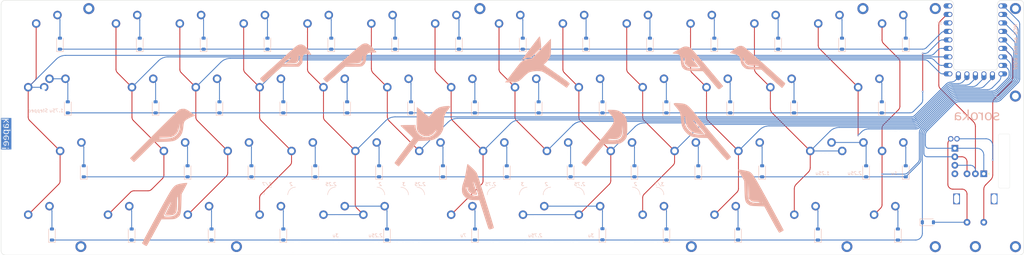
<source format=kicad_pcb>
(kicad_pcb (version 20240108) (generator "pcbnew") (generator_version "8.0")
  (layers (0 "F.Cu" signal) (31 "B.Cu" signal) (34 "B.Paste" user) (35 "F.Paste" user) (36 "B.SilkS" user "B.Silkscreen") (37 "F.SilkS" user "F.Silkscreen") (38 "B.Mask" user) (39 "F.Mask" user) (44 "Edge.Cuts" user))
  (net 0 "")
  (net 1 "ROW0")
  (net 2 "Net-(D1-A)")
  (net 3 "Net-(D2-A)")
  (net 4 "Net-(D3-A)")
  (net 5 "Net-(D4-A)")
  (net 6 "Net-(D5-A)")
  (net 7 "Net-(D6-A)")
  (net 8 "Net-(D7-A)")
  (net 9 "Net-(D8-A)")
  (net 10 "Net-(D9-A)")
  (net 11 "Net-(D10-A)")
  (net 12 "Net-(D11-A)")
  (net 13 "Net-(D12-A)")
  (net 14 "Net-(D13-A)")
  (net 15 "Net-(D14-A)")
  (net 16 "ROW1")
  (net 17 "Net-(D15-A)")
  (net 18 "Net-(D16-A)")
  (net 19 "Net-(D17-A)")
  (net 20 "Net-(D18-A)")
  (net 21 "Net-(D19-A)")
  (net 22 "Net-(D20-A)")
  (net 23 "Net-(D21-A)")
  (net 24 "Net-(D22-A)")
  (net 25 "Net-(D23-A)")
  (net 26 "Net-(D24-A)")
  (net 27 "Net-(D25-A)")
  (net 28 "Net-(D26-A)")
  (net 29 "Net-(D27-A)")
  (net 30 "ROW2")
  (net 31 "Net-(D28-A)")
  (net 32 "Net-(D29-A)")
  (net 33 "Net-(D30-A)")
  (net 34 "Net-(D31-A)")
  (net 35 "Net-(D32-A)")
  (net 36 "Net-(D33-A)")
  (net 37 "Net-(D34-A)")
  (net 38 "Net-(D35-A)")
  (net 39 "Net-(D36-A)")
  (net 40 "Net-(D37-A)")
  (net 41 "Net-(D38-A)")
  (net 42 "Net-(D39-A)")
  (net 43 "Net-(D41-A)")
  (net 44 "ROW3")
  (net 45 "Net-(D42-A)")
  (net 46 "Net-(D43-A)")
  (net 47 "Net-(D44-A)")
  (net 48 "Net-(D45-A)")
  (net 49 "Net-(D46-A)")
  (net 50 "Net-(D47-A)")
  (net 51 "Net-(D48-A)")
  (net 52 "Net-(D49-A)")
  (net 53 "Net-(D50-A)")
  (net 54 "Net-(D51-A)")
  (net 55 "Net-(D52-A)")
  (net 56 "Net-(D40-A)")
  (net 57 "ENC_CCW")
  (net 58 "ENC_CW")
  (net 59 "GND")
  (net 60 "COL0")
  (net 61 "COL1")
  (net 62 "COL2")
  (net 63 "COL3")
  (net 64 "COL4")
  (net 65 "COL5")
  (net 66 "COL6")
  (net 67 "COL7")
  (net 68 "COL8")
  (net 69 "COL9")
  (net 70 "COL10")
  (net 71 "COL11")
  (net 72 "COL13")
  (net 73 "COL12")
  (footprint "kapee-keeb-parts:MX125" (layer "F.Cu") (at 86.995 89.37625)
    (property "Reference" "SW15" (hide yes))
    (property "Value" "Stepped")
  )
  (footprint "kapee-keeb-parts:" (layer "F.Cu") (at 98.896119 134.476257)
    (property "Reference" "")
    (property "Value" "")
  )
  (footprint "kapee-keeb-parts:" (layer "F.Cu") (at 377.758619 89.478093)
    (property "Reference" "")
    (property "Value" "")
  )
  (footprint "kapee-keeb-parts:MX100" (layer "F.Cu") (at 308.45125 89.37625)
    (property "Reference" "SW26" (hide yes))
    (property "Value" "MX100")
  )
  (footprint "kapee-keeb-parts:MX100" (layer "F.Cu") (at 227.48875 70.32625)
    (property "Reference" "SW8" (hide yes))
    (property "Value" "MX100")
  )
  (footprint "kapee-keeb-parts:MCU_rp2040-zero-tht" (layer "F.Cu") (at 365.82415 72.68)
    (property "Reference" "U1" (hide yes))
    (property "Value" "RP2040-Zero" (hide yes))
  )
  (footprint "kapee-keeb-parts:MX100" (layer "F.Cu") (at 222.72625 108.42625)
    (property "Reference" "SW34" (hide yes))
    (property "Value" "MX100")
  )
  (footprint "kapee-keeb-parts:" (layer "F.Cu") (at 217.958619 63.326251)
    (property "Reference" "")
    (property "Value" "")
  )
  (footprint "kapee-keeb-parts:MX100" (layer "F.Cu") (at 279.87625 108.42625)
    (property "Reference" "SW37" (hide yes))
    (property "Value" "MX100")
  )
  (footprint "kapee-keeb-parts:MX275R" (layer "F.Cu") (at 234.6325 127.47625)
    (property "Reference" "SW54" (hide yes))
    (property "Value" "2.75u")
  )
  (footprint "kapee-keeb-parts:MX100" (layer "F.Cu") (at 194.15125 89.37625)
    (property "Reference" "SW20" (hide yes))
    (property "Value" "MX100")
  )
  (footprint "kapee-keeb-parts:MX100" (layer "F.Cu") (at 189.38875 70.32625)
    (property "Reference" "SW6" (hide yes))
    (property "Value" "MX100")
  )
  (footprint "kapee-keeb-parts:MX100" (layer "F.Cu") (at 303.68875 70.32625)
    (property "Reference" "SW12" (hide yes))
    (property "Value" "MX100")
  )
  (footprint "kapee-keeb-parts:MX100" (layer "F.Cu") (at 260.82625 108.42625)
    (property "Reference" "SW36" (hide yes))
    (property "Value" "MX100")
  )
  (footprint "kapee-keeb-parts:" (layer "F.Cu") (at 353.864619 63.301251)
    (property "Reference" "")
    (property "Value" "")
  )
  (footprint "kapee-keeb-parts:MX225R" (layer "F.Cu") (at 187.0075 127.47625)
    (property "Reference" "SW47" (hide yes))
    (property "Value" "2.25u")
  )
  (footprint "kapee-keeb-parts:MX300R" (layer "F.Cu") (at 175.10125 127.47625)
    (property "Reference" "SW46" (hide yes))
    (property "Value" "3u")
  )
  (footprint "kapee-keeb-parts:EVQWGD001" (layer "F.Cu") (at 365.82325 112.1)
    (property "Reference" "SW3" (hide yes))
    (property "Value" "Rotary_Encoder_Switch" (hide yes))
    (fp_line (start 6.9 4.5) (end 6.9 -10.9) (stroke (width 0.05)) (layer "Edge.Cuts"))
    (fp_line (start 7.3 -11.3) (end 9.9 -11.3) (stroke (width 0.05)) (layer "Edge.Cuts"))
    (fp_line (start 9.9 4.9) (end 7.3 4.9) (stroke (width 0.05)) (layer "Edge.Cuts"))
    (fp_line (start 10.3 -10.9) (end 10.3 4.5) (stroke (width 0.05)) (layer "Edge.Cuts"))
    (fp_arc (start 6.9 -10.9) (mid 7.017157 -11.182843) (end 7.3 -11.3) (stroke (width 0.05)) (layer "Edge.Cuts"))
    (fp_arc (start 7.3 4.9) (mid 7.017157 4.782843) (end 6.9 4.5) (stroke (width 0.05)) (layer "Edge.Cuts"))
    (fp_arc (start 9.9 -11.3) (mid 10.182843 -11.182843) (end 10.3 -10.9) (stroke (width 0.05)) (layer "Edge.Cuts"))
    (fp_arc (start 10.3 4.5) (mid 10.182843 4.782843) (end 9.9 4.9) (stroke (width 0.05)) (layer "Edge.Cuts"))
  )
  (footprint "kapee-keeb-parts:MX100" (layer "F.Cu") (at 270.35125 89.37625)
    (property "Reference" "SW24" (hide yes))
    (property "Value" "MX100")
  )
  (footprint "kapee-keeb-parts:" (layer "F.Cu") (at 365.824119 134.476253)
    (property "Reference" "MP" (hide yes))
    (property "Value" "")
  )
  (footprint "kapee-keeb-parts:MX175" (layer "F.Cu") (at 334.645 89.37625)
    (property "Reference" "SW27" (hide yes))
    (property "Value" "MX175")
  )
  (footprint "kapee-keeb-parts:MX100" (layer "F.Cu") (at 208.43875 70.32625)
    (property "Reference" "SW7" (hide yes))
    (property "Value" "MX100")
  )
  (footprint "kapee-keeb-parts:MX100" (layer "F.Cu") (at 246.53875 70.32625)
    (property "Reference" "SW9" (hide yes))
    (property "Value" "MX100")
  )
  (footprint "kapee-keeb-parts:MX125" (layer "F.Cu") (at 320.3575 108.42625)
    (property "Reference" "SW39" (hide yes))
    (property "Value" "1.25u")
  )
  (footprint "kapee-keeb-parts:MX100" (layer "F.Cu") (at 184.62625 108.42625)
    (property "Reference" "SW32" (hide yes))
    (property "Value" "MX100")
  )
  (footprint "kapee-keeb-parts:MX100" (layer "F.Cu") (at 146.52625 108.42625)
    (property "Reference" "SW30" (hide yes))
    (property "Value" "MX100")
  )
  (footprint "kapee-keeb-parts:RotaryEncoder_Alps_EC11E-Switch_Vertical_H20mm" (layer "F.Cu") (at 368.32415 112.71 -90)
    (property "Reference" "SW55" (hide yes))
    (property "Value" "RotaryEncoder_Switch" (hide yes))
  )
  (footprint "kapee-keeb-parts:MX100" (layer "F.Cu") (at 117.95125 89.37625)
    (property "Reference" "SW16" (hide yes))
    (property "Value" "MX100")
  )
  (footprint "kapee-keeb-parts:MX100" (layer "F.Cu") (at 127.47625 108.42625)
    (property "Reference" "SW29" (hide yes))
    (property "Value" "MX100")
  )
  (footprint "kapee-keeb-parts:" (layer "F.Cu") (at 281.062369 134.476257)
    (property "Reference" "")
    (property "Value" "")
  )
  (footprint "kapee-keeb-parts:MX100" (layer "F.Cu") (at 251.30125 89.37625)
    (property "Reference" "SW23" (hide yes))
    (property "Value" "MX100")
  )
  (footprint "kapee-keeb-parts:" (layer "F.Cu") (at 101.267974 63.326251)
    (property "Reference" "")
    (property "Value" "")
  )
  (footprint "kapee-keeb-parts:MX100" (layer "F.Cu") (at 156.05125 127.47625)
    (property "Reference" "SW45" (hide yes))
    (property "Value" "MX100")
  )
  (footprint "kapee-keeb-parts:" (layer "F.Cu") (at 377.783619 134.501255)
    (property "Reference" "")
    (property "Value" "")
  )
  (footprint "kapee-keeb-parts:" (layer "F.Cu") (at 377.783619 63.301251)
    (property "Reference" "")
    (property "Value" "")
  )
  (footprint "kapee-keeb-parts:" (layer "F.Cu") (at 332.258619 63.326249)
    (property "Reference" "")
    (property "Value" "")
  )
  (footprint "kapee-keeb-parts:MX200R" (layer "F.Cu") (at 175.10125 127.47625)
    (property "Reference" "SW**" (hide yes))
    (property "Value" "MX200R")
  )
  (footprint "kapee-keeb-parts:MX100" (layer "F.Cu") (at 341.78875 70.32625)
    (property "Reference" "SW14" (hide yes))
    (property "Value" "MX100")
  )
  (footprint "kapee-keeb-parts:MX100" (layer "F.Cu") (at 232.25125 89.37625)
    (property "Reference" "SW22" (hide yes))
    (property "Value" "MX100")
  )
  (footprint "kapee-keeb-parts:MX125" (layer "F.Cu") (at 315.595 127.47625)
    (property "Reference" "SW52" (hide yes))
    (property "Value" "MX125")
  )
  (footprint "kapee-keeb-parts:MX100" (layer "F.Cu") (at 156.05125 89.37625)
    (property "Reference" "SW18" (hide yes))
    (property "Value" "MX100")
  )
  (footprint "kapee-keeb-parts:MX100" (layer "F.Cu") (at 137.00125 89.37625)
    (property "Reference" "SW17" (hide yes))
    (property "Value" "MX100")
  )
  (footprint "kapee-keeb-parts:" (layer "F.Cu") (at 353.864619 134.501253)
    (property "Reference" "")
    (property "Value" "")
  )
  (footprint "kapee-keeb-parts:MX225" (layer "F.Cu") (at 329.8825 108.42625)
    (property "Reference" "SW40" (hide yes))
    (property "Value" "2.25u")
  )
  (footprint "kapee-keeb-parts:MX100" (layer "F.Cu") (at 170.33875 70.32625)
    (property "Reference" "SW5" (hide yes))
    (property "Value" "MX100")
  )
  (footprint "kapee-keeb-parts:MX100" (layer "F.Cu") (at 113.18875 70.32625)
    (property "Reference" "SW2" (hide yes))
    (property "Value" "MX100")
  )
  (footprint "kapee-keeb-parts:MX100" (layer "F.Cu") (at 165.57625 108.42625)
    (property "Reference" "SW31" (hide yes))
    (property "Value" "MX100")
  )
  (footprint "kapee-keeb-parts:" (layer "F.Cu") (at 145.329869 134.476257)
    (property "Reference" "")
    (property "Value" "")
  )
  (footprint "kapee-keeb-parts:MX100" (layer "F.Cu") (at 175.10125 89.37625)
    (property "Reference" "SW19" (hide yes))
    (property "Value" "MX100")
  )
  (footprint "kapee-keeb-parts:MX300R" (layer "F.Cu") (at 251.30125 127.47625)
    (property "Reference" "SW49" (hide yes))
    (property "Value" "3u")
  )
  (footprint "kapee-keeb-parts:MX100" (layer "F.Cu") (at 270.35125 127.47625)
    (property "Reference" "SW50" (hide yes))
    (property "Value" "MX100")
  )
  (footprint "kapee-keeb-parts:MX225" (layer "F.Cu") (at 96.52 108.42625)
    (property "Reference" "SW28" (hide yes))
    (property "Value" "MX225R")
  )
  (footprint "kapee-keeb-parts:MX125" (layer "F.Cu") (at 291.7825 127.47625)
    (property "Reference" "SW51" (hide yes))
    (property "Value" "MX125")
  )
  (footprint "kapee-keeb-parts:MX100" (layer "F.Cu") (at 213.20125 127.47625)
    (property "Reference" "SW48" (hide yes))
    (property "Value" "7u")
  )
  (footprint "kapee-keeb-parts:MX100" (layer "F.Cu") (at 265.58875 70.32625)
    (property "Reference" "SW10" (hide yes))
    (property "Value" "MX100")
  )
  (footprint "kapee-keeb-parts:MX100" (layer "F.Cu") (at 132.23875 70.32625)
    (property "Reference" "SW3" (hide yes))
    (property "Value" "MX100")
  )
  (footprint "kapee-keeb-parts:MX125" (layer "F.Cu") (at 134.62 127.47625)
    (property "Reference" "SW44" (hide yes))
    (property "Value" "MX125")
  )
  (footprint "kapee-keeb-parts:MX125" (layer "F.Cu") (at 86.995 127.47625)
    (property "Reference" "SW42" (hide yes))
    (property "Value" "MX125")
  )
  (footprint "kapee-keeb-parts:MX100" (layer "F.Cu") (at 284.63875 70.32625)
    (property "Reference" "SW11" (hide yes))
    (property "Value" "MX100")
  )
  (footprint "kapee-keeb-parts:MX100" (layer "F.Cu") (at 322.73875 70.32625)
    (property "Reference" "SW13" (hide yes))
    (property "Value" "MX100")
  )
  (footprint "kapee-keeb-parts:MX150" (layer "F.Cu") (at 89.37625 70.32625)
    (property "Reference" "SW1" (hide yes))
    (property "Value" "MX150")
  )
  (footprint "kapee-keeb-parts:MX175" (layer "F.Cu") (at 91.7575 89.37625)
    (property "Reference" "SW55" (hide yes))
    (property "Value" "1.75u")
  )
  (footprint "kapee-keeb-parts:MX200R" (layer "F.Cu") (at 251.30125 127.47625)
    (property "Reference" "SW**" (hide yes))
    (property "Value" "MX200R")
  )
  (footprint "kapee-keeb-parts:MX100" (layer "F.Cu") (at 341.78875 108.42625)
    (property "Reference" "SW41" (hide yes))
    (property "Value" "1u")
  )
  (footprint "kapee-keeb-parts:MX100" (layer "F.Cu") (at 213.20125 89.37625)
    (property "Reference" "SW21" (hide yes))
    (property "Value" "MX100")
  )
  (footprint "kapee-keeb-parts:MX100" (layer "F.Cu") (at 289.40125 89.37625)
    (property "Reference" "SW25" (hide yes))
    (property "Value" "MX100")
  )
  (footprint "kapee-keeb-parts:MX100" (layer "F.Cu") (at 151.28875 70.32625)
    (property "Reference" "SW4" (hide yes))
    (property "Value" "MX100")
  )
  (footprint "kapee-keeb-parts:MX125" (layer "F.Cu") (at 110.8075 127.47625)
    (property "Reference" "SW43" (hide yes))
    (property "Value" "MX125")
  )
  (footprint "kapee-keeb-parts:MX100" (layer "F.Cu") (at 203.67625 108.42625)
    (property "Reference" "SW33" (hide yes))
    (property "Value" "MX100")
  )
  (footprint "kapee-keeb-parts:" (layer "F.Cu") (at 327.496119 134.476257)
    (property "Reference" "")
    (property "Value" "")
  )
  (footprint "kapee-keeb-parts:MX100" (layer "F.Cu") (at 241.77625 108.42625)
    (property "Reference" "SW35" (hide yes))
    (property "Value" "MX100")
  )
  (footprint "kapee-keeb-parts:MX125" (layer "F.Cu") (at 339.4075 127.47625)
    (property "Reference" "SW53" (hide yes))
    (property "Value" "MX125")
  )
  (footprint "kapee-keeb-parts:MX100" (layer "F.Cu") (at 298.92625 108.42625)
    (property "Reference" "SW38" (hide yes))
    (property "Value" "MX100")
  )
  (footprint "kapee-keeb-parts:D_SOD-123" (layer "B.Cu") (at 149.78875 111.97 90)
    (property "Reference" "D30" (hide yes))
    (property "Value" "1N4148W")
  )
  (footprint "kapee-keeb-parts:D_SOD-123" (layer "B.Cu") (at 292.65625 92.85 90)
    (property "Reference" "D25" (hide yes))
    (property "Value" "1N4148W")
  )
  (footprint "kapee-keeb-parts:D_SOD-123" (layer "B.Cu") (at 342.7 130.86 90)
    (property "Reference" "D42" (hide yes))
    (property "Value" "1N4148W" (hide yes))
  )
  (footprint "kapee-keeb-parts:D_SOD-123" (layer "B.Cu") (at 273.60625 92.85 90)
    (property "Reference" "D24" (hide yes))
    (property "Value" "1N4148W")
  )
  (footprint "kapee-keeb-parts:D_SOD-123" (layer "B.Cu") (at 173.61875 73.81 90)
    (property "Reference" "D5" (hide yes))
    (property "Value" "1N4148W")
  )
  (footprint "kapee-keeb-parts:D_SOD-123" (layer "B.Cu") (at 190.25 130.86 90)
    (property "Reference" "D48" (hide yes))
    (property "Value" "1N4148W")
  )
  (footprint "kapee-keeb-parts:D_SOD-123" (layer "B.Cu") (at 121.20625 92.85 90)
    (property "Reference" "D16" (hide yes))
    (property "Value" "1N4148W")
  )
  (footprint "kapee-keeb-parts:D_SOD-123" (layer "B.Cu") (at 114.05625 130.86 90)
    (property "Reference" "D51" (hide yes))
    (property "Value" "1N4148W")
  )
  (footprint "kapee-keeb-parts:D_SOD-123" (layer "B.Cu") (at 159.30625 92.85 90)
    (property "Reference" "D18" (hide yes))
    (property "Value" "1N4148W")
  )
  (footprint "kapee-keeb-parts:D_SOD-123" (layer "B.Cu") (at 287.91875 73.81 90)
    (property "Reference" "D11" (hide yes))
    (property "Value" "1N4148W")
  )
  (footprint "kapee-keeb-parts:D_SOD-123" (layer "B.Cu") (at 326.01875 73.81 90)
    (property "Reference" "D13" (hide yes))
    (property "Value" "1N4148W")
  )
  (footprint "kapee-keeb-parts:D_SOD-123" (layer "B.Cu") (at 283.13875 111.97 90)
    (property "Reference" "D37" (hide yes))
    (property "Value" "1N4148W")
  )
  (footprint "kapee-keeb-parts:D_SOD-123" (layer "B.Cu") (at 318.82875 130.86 90)
    (property "Reference" "D43" (hide yes))
    (property "Value" "1N4148W")
  )
  (footprint "kapee-keeb-parts:D_SOD-123" (layer "B.Cu") (at 140.25625 92.85 90)
    (property "Reference" "D17" (hide yes))
    (property "Value" "1N4148W")
  )
  (footprint "kapee-keeb-parts:D_SOD-123" (layer "B.Cu") (at 254.55625 92.85 90)
    (property "Reference" "D23" (hide yes))
    (property "Value" "1N4148W")
  )
  (footprint "kapee-keeb-parts:D_SOD-123" (layer "B.Cu") (at 216.5 130.86 90)
    (property "Reference" "D47" (hide yes))
    (property "Value" "1N4148W")
  )
  (footprint "kapee-keeb-parts:D_SOD-123" (layer "B.Cu") (at 230.76875 73.81 90)
    (property "Reference" "D8" (hide yes))
    (property "Value" "1N4148W")
  )
  (footprint "kapee-keeb-parts:D_SOD-123" (layer "B.Cu") (at 154.56875 73.81 90)
    (property "Reference" "D4" (hide yes))
    (property "Value" "1N4148W")
  )
  (footprint "kapee-keeb-parts:D_SOD-123" (layer "B.Cu") (at 197.40625 92.85 90)
    (property "Reference" "D20" (hide yes))
    (property "Value" "1N4148W")
  )
  (footprint "kapee-keeb-parts:D_SOD-123" (layer "B.Cu") (at 211.71875 73.81 90)
    (property "Reference" "D7" (hide yes))
    (property "Value" "1N4148W")
  )
  (footprint "kapee-keeb-parts:D_SOD-123" (layer "B.Cu") (at 245.03875 111.97 90)
    (property "Reference" "D35" (hide yes))
    (property "Value" "1N4148W")
  )
  (footprint "kapee-keeb-parts:D_SOD-123" (layer "B.Cu") (at 351.65 127.21)
    (property "Reference" "D40" (hide yes))
    (property "Value" "1N4148W" (hide yes))
  )
  (footprint "kapee-keeb-parts:D_SOD-123" (layer "B.Cu") (at 206.93875 111.97 90)
    (property "Reference" "D33" (hide yes))
    (property "Value" "1N4148W")
  )
  (footprint "kapee-keeb-parts:D_SOD-123" (layer "B.Cu") (at 273.64625 130.86 90)
    (property "Reference" "D45" (hide yes))
    (property "Value" "1N4148W")
  )
  (footprint "kapee-keeb-parts:D_SOD-123" (layer "B.Cu") (at 187.88875 111.97 90)
    (property "Reference" "D32" (hide yes))
    (property "Value" "1N4148W")
  )
  (footprint "kapee-keeb-parts:D_SOD-123" (layer "B.Cu") (at 137.88875 130.86 90)
    (property "Reference" "D50" (hide yes))
    (property "Value" "1N4148W")
  )
  (footprint "kapee-keeb-parts:D_SOD-123" (layer "B.Cu") (at 264.08875 111.97 90)
    (property "Reference" "D36" (hide yes))
    (property "Value" "1N4148W")
  )
  (footprint "kapee-keeb-parts:D_SOD-123" (layer "B.Cu") (at 92.65 73.81 90)
    (property "Reference" "D1" (hide yes))
    (property "Value" "1N4148W")
  )
  (footprint "kapee-keeb-parts:D_SOD-123" (layer "B.Cu") (at 333.22 111.97 90)
    (property "Reference" "D39" (hide yes))
    (property "Value" "1N4148W")
  )
  (footprint "kapee-keeb-parts:D_SOD-123" (layer "B.Cu") (at 345.05 111.97 90)
    (property "Reference" "D41" (hide yes))
    (property "Value" "1N4148W")
  )
  (footprint "kapee-keeb-parts:D_SOD-123" (layer "B.Cu") (at 254.53875 130.785 90)
    (property "Reference" "D46" (hide yes))
    (property "Value" "1N4148W")
  )
  (footprint "kapee-keeb-parts:D_SOD-123" (layer "B.Cu") (at 235.50625 92.85 90)
    (property "Reference" "D22" (hide yes))
    (property "Value" "1N4148W")
  )
  (footprint "kapee-keeb-parts:D_SOD-123" (layer "B.Cu") (at 99.76625 111.97 90)
    (property "Reference" "D28" (hide yes))
    (property "Value" "1N4148W")
  )
  (footprint "kapee-keeb-parts:D_SOD-123" (layer "B.Cu") (at 306.96875 73.81 90)
    (property "Reference" "D12" (hide yes))
    (property "Value" "1N4148W")
  )
  (footprint "kapee-keeb-parts:D_SOD-123" (layer "B.Cu") (at 337.9 92.85 90)
    (property "Reference" "D27" (hide yes))
    (property "Value" "1N4148W")
  )
  (footprint "kapee-keeb-parts:D_SOD-123" (layer "B.Cu") (at 95 92.85 90)
    (property "Reference" "D15" (hide yes))
    (property "Value" "1N4148W")
  )
  (footprint "kapee-keeb-parts:D_SOD-123" (layer "B.Cu") (at 90.26 130.86 90)
    (property "Reference" "D52" (hide yes))
    (property "Value" "1N4148W")
  )
  (footprint "kapee-keeb-parts:D_SOD-123" (layer "B.Cu") (at 116.46875 73.81 90)
    (property "Reference" "D2" (hide yes))
    (property "Value" "1N4148W")
  )
  (footprint "kapee-keeb-parts:D_SOD-123" (layer "B.Cu") (at 302.18875 111.97 90)
    (property "Reference" "D38" (hide yes))
    (property "Value" "1N4148W")
  )
  (footprint "kapee-keeb-parts:D_SOD-123" (layer "B.Cu") (at 225.98875 111.97 90)
    (property "Reference" "D34" (hide yes))
    (property "Value" "1N4148W")
  )
  (footprint "kapee-keeb-parts:D_SOD-123" (layer "B.Cu") (at 311.70625 92.85 90)
    (property "Reference" "D26" (hide yes))
    (property "Value" "1N4148W")
  )
  (footprint "kapee-keeb-parts:D_SOD-123" (layer "B.Cu") (at 192.66875 73.81 90)
    (property "Reference" "D6" (hide yes))
    (property "Value" "1N4148W")
  )
  (footprint "kapee-keeb-parts:D_SOD-123" (layer "B.Cu") (at 178.35625 92.85 90)
    (property "Reference" "D19" (hide yes))
    (property "Value" "1N4148W")
  )
  (footprint "kapee-keeb-parts:D_SOD-123" (layer "B.Cu") (at 216.45625 92.85 90)
    (property "Reference" "D21" (hide yes))
    (property "Value" "1N4148W")
  )
  (footprint "kapee-keeb-parts:D_SOD-123" (layer "B.Cu") (at 249.65875 73.81 90)
    (property "Reference" "D9" (hide yes))
    (property "Value" "1N4148W")
  )
  (footprint "kapee-keeb-parts:D_SOD-123" (layer "B.Cu") (at 135.51875 73.81 90)
    (property "Reference" "D3" (hide yes))
    (property "Value" "1N4148W")
  )
  (footprint "kapee-keeb-parts:D_SOD-123" (layer "B.Cu") (at 159.31625 130.86 90)
    (property "Reference" "D49" (hide yes))
    (property "Value" "1N4148W")
  )
  (footprint "kapee-keeb-parts:D_SOD-123" (layer "B.Cu") (at 268.70625 73.81 90)
    (property "Reference" "D10" (hide yes))
    (property "Value" "1N4148W")
  )
  (footprint "kapee-keeb-parts:D_SOD-123" (layer "B.Cu") (at 168.83875 111.97 90)
    (property "Reference" "D31" (hide yes))
    (property "Value" "1N4148W")
  )
  (footprint "kapee-keeb-parts:D_SOD-123" (layer "B.Cu") (at 295.00875 130.86 90)
    (property "Reference" "D44" (hide yes))
    (property "Value" "1N4148W")
  )
  (footprint "kapee-keeb-parts:D_SOD-123" (layer "B.Cu") (at 130.73875 111.97 90)
    (property "Reference" "D29" (hide yes))
    (property "Value" "1N4148W")
  )
  (footprint "kapee-keeb-parts:D_SOD-123" (layer "B.Cu") (at 345.05 73.8 90)
    (property "Reference" "D14" (hide yes))
    (property "Value" "1N4148W")
  )
  (footprint "LOGO" (layer "B.Cu") (at 216.2 101.4 180)
    (property "Reference" "G***" (hide yes))
    (property "Value" "LOGO" (hide yes))
  )
  (gr_line (start 371.597619 81.701253) (end 360.097619 81.701253) (stroke (width 0.1)) (layer "Edge.Cuts"))
  (gr_line (start 76.383619 137) (end 378.983619 137) (stroke (width 0.1)) (layer "Edge.Cuts"))
  (gr_line (start 378.983619 60.801249) (end 373.697619 60.801249) (stroke (width 0.1)) (layer "Edge.Cuts"))
  (gr_line (start 371.775636 81.681239) (end 371.597619 81.701253) (stroke (width 0.1)) (layer "Edge.Cuts"))
  (gr_arc (start 76.383619 137) (mid 75.46438 136.619239) (end 75.083619 135.7) (stroke (width 0.1)) (layer "Edge.Cuts"))
  (gr_line (start 372.397619 80.901253) (end 372.377552 81.079271) (stroke (width 0.1)) (layer "Edge.Cuts"))
  (gr_line (start 372.318381 81.248363) (end 372.223072 81.400051) (stroke (width 0.1)) (layer "Edge.Cuts"))
  (gr_line (start 359.317618 81.079275) (end 359.297619 80.901253) (stroke (width 0.1)) (layer "Edge.Cuts"))
  (gr_line (start 355.3 60.801249) (end 76.383619 60.801249) (stroke (width 0.1)) (layer "Edge.Cuts"))
  (gr_line (start 359.750496 81.622035) (end 359.598802 81.526727) (stroke (width 0.1)) (layer "Edge.Cuts"))
  (gr_line (start 359.598802 81.526727) (end 359.472118 81.400055) (stroke (width 0.1)) (layer "Edge.Cuts"))
  (gr_line (start 372.223072 81.400051) (end 372.096402 81.526731) (stroke (width 0.1)) (layer "Edge.Cuts"))
  (gr_line (start 372.377552 81.079271) (end 372.318381 81.248363) (stroke (width 0.1)) (layer "Edge.Cuts"))
  (gr_arc (start 372.397619 62.101249) (mid 372.778364 61.181985) (end 373.697619 60.801249) (stroke (width 0.1)) (layer "Edge.Cuts"))
  (gr_line (start 359.297619 80.9) (end 359.297619 62.101249) (stroke (width 0.1)) (layer "Edge.Cuts"))
  (gr_line (start 359.376797 81.248369) (end 359.317618 81.079275) (stroke (width 0.1)) (layer "Edge.Cuts"))
  (gr_arc (start 380.283619 135.7) (mid 379.902859 136.619246) (end 378.983619 137) (stroke (width 0.1)) (layer "Edge.Cuts"))
  (gr_line (start 75.083619 135.7) (end 75.083619 62.101249) (stroke (width 0.1)) (layer "Edge.Cuts"))
  (gr_line (start 355.3 60.801249) (end 357.997619 60.801249) (stroke (width 0.1)) (layer "Edge.Cuts"))
  (gr_arc (start 75.083619 62.101249) (mid 75.464364 61.181985) (end 76.383619 60.801249) (stroke (width 0.1)) (layer "Edge.Cuts"))
  (gr_line (start 360.097619 81.701253) (end 359.919595 81.681199) (stroke (width 0.1)) (layer "Edge.Cuts"))
  (gr_line (start 359.472118 81.400055) (end 359.376797 81.248369) (stroke (width 0.1)) (layer "Edge.Cuts"))
  (gr_line (start 372.397619 80.901253) (end 372.397619 62.101249) (stroke (width 0.1)) (layer "Edge.Cuts"))
  (gr_arc (start 378.983619 60.801249) (mid 379.902858 61.18201) (end 380.283619 62.101249) (stroke (width 0.1)) (layer "Edge.Cuts"))
  (gr_arc (start 357.997619 60.801249) (mid 358.916828 61.18202) (end 359.297619 62.101249) (stroke (width 0.1)) (layer "Edge.Cuts"))
  (gr_line (start 371.944722 81.622054) (end 371.775636 81.681239) (stroke (width 0.1)) (layer "Edge.Cuts"))
  (gr_line (start 372.096402 81.526731) (end 371.944722 81.622054) (stroke (width 0.1)) (layer "Edge.Cuts"))
  (gr_line (start 359.919595 81.681199) (end 359.750496 81.622035) (stroke (width 0.1)) (layer "Edge.Cuts"))
  (gr_line (start 380.283619 62.101249) (end 380.283619 135.7) (stroke (width 0.1)) (layer "Edge.Cuts"))
  (gr_text "kapee!" (at 77.7 96 90) (layer "B.Cu" knockout) (effects (font (size 2 2) (thickness 0.25) (italic yes)) (justify left bottom mirror)))
  (gr_text "MCU on this side!" (at 378.4 67.8 90) (layer "B.SilkS") (effects (font (size 1 1) (thickness 0.15) (italic yes)) (justify left bottom mirror)))
  (gr_text "3V" (at 354.45 67.65 0) (layer "B.SilkS") (effects (font (size 0.8 0.8) (thickness 0.1)) (justify right mirror)))
  (gr_text "soroka" (at 373.179279 97.2 0) (layer "B.SilkS") (effects (font (size 3 3) (thickness 0.5)) (justify left bottom mirror)))
  (segment (start 345.05 75.45) (end 92.66 75.45) (width 0.25) (layer "B.Cu") (net 1))
  (segment (start 356.375913 70.141937) (end 358.569813 70.141937) (width 0.25) (layer "B.Cu") (net 1))
  (segment (start 351.18934 75.01066) (end 355.62066 70.57934) (width 0.25) (layer "B.Cu") (net 1))
  (segment (start 345.05 75.45) (end 350.12868 75.45) (width 0.25) (layer "B.Cu") (net 1))
  (arc (start 355.62066 70.57934) (mid 356.107295 70.254181) (end 356.68132 70.14) (width 0.25) (layer "B.Cu") (net 1))
  (arc (start 350.12868 75.45) (mid 350.702705 75.335819) (end 351.18934 75.01066) (width 0.25) (layer "B.Cu") (net 1))
  (segment (start 92.65 72.16) (end 92.65 66.808427) (width 0.25) (layer "B.Cu") (net 2))
  (arc (start 92.064213 65.394213) (mid 92.497759 66.04306) (end 92.65 66.808427) (width 0.25) (layer "B.Cu") (net 2))
  (segment (start 116.46875 72.16) (end 116.46875 66.814677) (width 0.25) (layer "B.Cu") (net 3))
  (arc (start 116.46875 66.814677) (mid 116.316509 66.04931) (end 115.882963 65.400463) (width 0.25) (layer "B.Cu") (net 3))
  (segment (start 135.51875 72.16) (end 135.51875 66.814677) (width 0.25) (layer "B.Cu") (net 4))
  (arc (start 134.932963 65.400463) (mid 135.366509 66.04931) (end 135.51875 66.814677) (width 0.25) (layer "B.Cu") (net 4))
  (segment (start 154.56875 72.16) (end 154.56875 66.814677) (width 0.25) (layer "B.Cu") (net 5))
  (arc (start 154.56875 66.814677) (mid 154.416509 66.04931) (end 153.982963 65.400463) (width 0.25) (layer "B.Cu") (net 5))
  (segment (start 173.61875 72.16) (end 173.61875 66.814677) (width 0.25) (layer "B.Cu") (net 6))
  (arc (start 173.61875 66.814677) (mid 173.466509 66.04931) (end 173.032963 65.400463) (width 0.25) (layer "B.Cu") (net 6))
  (segment (start 192.66875 72.16) (end 192.66875 66.814677) (width 0.25) (layer "B.Cu") (net 7))
  (arc (start 192.66875 66.814677) (mid 192.516509 66.04931) (end 192.082963 65.400463) (width 0.25) (layer "B.Cu") (net 7))
  (segment (start 211.71875 72.16) (end 211.71875 66.814677) (width 0.25) (layer "B.Cu") (net 8))
  (arc (start 211.132963 65.400463) (mid 211.566509 66.04931) (end 211.71875 66.814677) (width 0.25) (layer "B.Cu") (net 8))
  (segment (start 230.76875 72.16) (end 230.76875 66.814677) (width 0.25) (layer "B.Cu") (net 9))
  (arc (start 230.182963 65.400463) (mid 230.616509 66.04931) (end 230.76875 66.814677) (width 0.25) (layer "B.Cu") (net 9))
  (segment (start 249.65875 72.16) (end 249.65875 66.240464) (width 0.25) (layer "B.Cu") (net 10))
  (arc (start 249.365857 65.533357) (mid 249.58263 65.85778) (end 249.65875 66.240464) (width 0.25) (layer "B.Cu") (net 10))
  (segment (start 268.70625 72.16) (end 268.70625 66.237964) (width 0.25) (layer "B.Cu") (net 11))
  (arc (start 268.413357 65.530857) (mid 268.63013 65.85528) (end 268.70625 66.237964) (width 0.25) (layer "B.Cu") (net 11))
  (segment (start 287.91875 72.16) (end 287.91875 66.814677) (width 0.25) (layer "B.Cu") (net 12))
  (arc (start 287.332963 65.400463) (mid 287.766509 66.04931) (end 287.91875 66.814677) (width 0.25) (layer "B.Cu") (net 12))
  (segment (start 306.96875 72.16) (end 306.96875 66.814677) (width 0.25) (layer "B.Cu") (net 13))
  (arc (start 306.382963 65.400463) (mid 306.816509 66.04931) (end 306.96875 66.814677) (width 0.25) (layer "B.Cu") (net 13))
  (segment (start 326.01875 72.16) (end 326.01875 66.814677) (width 0.25) (layer "B.Cu") (net 14))
  (arc (start 325.432963 65.400463) (mid 325.866509 66.04931) (end 326.01875 66.814677) (width 0.25) (layer "B.Cu") (net 14))
  (segment (start 345.05 72.15) (end 345.05 66.795927) (width 0.25) (layer "B.Cu") (net 15))
  (arc (start 345.05 66.795927) (mid 344.897759 66.03056) (end 344.464213 65.381713) (width 0.25) (layer "B.Cu") (net 15))
  (segment (start 350.1 88.1) (end 350.1 76.7355) (width 0.25) (layer "F.Cu") (net 16))
  (via (at 350.1 76.7355) (size 0.5) (drill 0.3) (layers "F.Cu" "B.Cu") (net 16))
  (via (at 350.1 88.1) (size 0.5) (drill 0.3) (layers "F.Cu" "B.Cu") (net 16))
  (segment (start 95 94.5) (end 337.9 94.5) (width 0.25) (layer "B.Cu") (net 16))
  (segment (start 350.1 88.1) (end 350.1 90.67868) (width 0.25) (layer "B.Cu") (net 16))
  (segment (start 351.80384 76.29616) (end 354.98066 73.11934) (width 0.25) (layer "B.Cu") (net 16))
  (segment (start 346.27868 94.5) (end 337.9 94.5) (width 0.25) (layer "B.Cu") (net 16))
  (segment (start 356.04132 72.68) (end 358.20415 72.68) (width 0.25) (layer "B.Cu") (net 16))
  (segment (start 349.66066 91.73934) (end 347.33934 94.06066) (width 0.25) (layer "B.Cu") (net 16))
  (segment (start 350.1 76.7355) (end 350.74318 76.7355) (width 0.25) (layer "B.Cu") (net 16))
  (arc (start 351.80384 76.29616) (mid 351.317205 76.621319) (end 350.74318 76.7355) (width 0.25) (layer "B.Cu") (net 16))
  (arc (start 350.1 90.67868) (mid 349.985819 91.252705) (end 349.66066 91.73934) (width 0.25) (layer "B.Cu") (net 16))
  (arc (start 346.27868 94.5) (mid 346.852705 94.385819) (end 347.33934 94.06066) (width 0.25) (layer "B.Cu") (net 16))
  (arc (start 354.98066 73.11934) (mid 355.467295 72.794181) (end 356.04132 72.68) (width 0.25) (layer "B.Cu") (net 16))
  (segment (start 95 91.2) (end 95 85.827177) (width 0.25) (layer "B.Cu") (net 17))
  (segment (start 94.2975 84.29625) (end 89.535 84.29625) (width 0.25) (layer "B.Cu") (net 17))
  (arc (start 95 85.827177) (mid 94.847759 85.06181) (end 94.414213 84.412963) (width 0.25) (layer "B.Cu") (net 17))
  (segment (start 121.20625 91.2) (end 121.20625 85.839677) (width 0.25) (layer "B.Cu") (net 18))
  (arc (start 120.620463 84.425463) (mid 121.054009 85.07431) (end 121.20625 85.839677) (width 0.25) (layer "B.Cu") (net 18))
  (segment (start 140.25625 91.2) (end 140.25625 85.839677) (width 0.25) (layer "B.Cu") (net 19))
  (arc (start 139.670463 84.425463) (mid 140.104009 85.07431) (end 140.25625 85.839677) (width 0.25) (layer "B.Cu") (net 19))
  (segment (start 159.30625 91.2) (end 159.30625 85.839677) (width 0.25) (layer "B.Cu") (net 20))
  (arc (start 158.720463 84.425463) (mid 159.154009 85.07431) (end 159.30625 85.839677) (width 0.25) (layer "B.Cu") (net 20))
  (segment (start 178.35625 91.2) (end 178.35625 85.839677) (width 0.25) (layer "B.Cu") (net 21))
  (arc (start 177.770463 84.425463) (mid 178.204009 85.07431) (end 178.35625 85.839677) (width 0.25) (layer "B.Cu") (net 21))
  (segment (start 197.40625 91.2) (end 197.40625 85.839677) (width 0.25) (layer "B.Cu") (net 22))
  (arc (start 197.40625 85.839677) (mid 197.254009 85.07431) (end 196.820463 84.425463) (width 0.25) (layer "B.Cu") (net 22))
  (segment (start 216.45625 91.2) (end 216.45625 85.839677) (width 0.25) (layer "B.Cu") (net 23))
  (arc (start 215.870463 84.425463) (mid 216.304009 85.07431) (end 216.45625 85.839677) (width 0.25) (layer "B.Cu") (net 23))
  (segment (start 235.50625 91.2) (end 235.50625 85.839677) (width 0.25) (layer "B.Cu") (net 24))
  (arc (start 235.50625 85.839677) (mid 235.354009 85.07431) (end 234.920463 84.425463) (width 0.25) (layer "B.Cu") (net 24))
  (segment (start 254.55625 91.2) (end 254.55625 85.839677) (width 0.25) (layer "B.Cu") (net 25))
  (arc (start 254.55625 85.839677) (mid 254.404009 85.07431) (end 253.970463 84.425463) (width 0.25) (layer "B.Cu") (net 25))
  (segment (start 273.60625 91.2) (end 273.60625 85.839677) (width 0.25) (layer "B.Cu") (net 26))
  (arc (start 273.60625 85.839677) (mid 273.454009 85.07431) (end 273.020463 84.425463) (width 0.25) (layer "B.Cu") (net 26))
  (segment (start 292.65625 91.2) (end 292.65625 85.839677) (width 0.25) (layer "B.Cu") (net 27))
  (arc (start 292.070463 84.425463) (mid 292.504009 85.07431) (end 292.65625 85.839677) (width 0.25) (layer "B.Cu") (net 27))
  (segment (start 311.70625 91.2) (end 311.70625 85.839677) (width 0.25) (layer "B.Cu") (net 28))
  (arc (start 311.70625 85.839677) (mid 311.554009 85.07431) (end 311.120463 84.425463) (width 0.25) (layer "B.Cu") (net 28))
  (segment (start 337.9 91.2) (end 337.9 85.839677) (width 0.25) (layer "B.Cu") (net 29))
  (arc (start 337.9 85.839677) (mid 337.747759 85.07431) (end 337.314213 84.425463) (width 0.25) (layer "B.Cu") (net 29))
  (segment (start 349.55 108.49868) (end 349.55 100.642387) (width 0.25) (layer "B.Cu") (net 30))
  (segment (start 377.7 83.824264) (end 377.7 74.02132) (width 0.25) (layer "B.Cu") (net 30))
  (segment (start 345.05 113.62) (end 349.11066 109.55934) (width 0.25) (layer "B.Cu") (net 30))
  (segment (start 377.26066 72.96066) (end 374.87934 70.57934) (width 0.25) (layer "B.Cu") (net 30))
  (segment (start 99.76625 113.62) (end 130.73875 113.62) (width 0.25) (layer "B.Cu") (net 30))
  (segment (start 149.78875 113.62) (end 130.73875 113.62) (width 0.25) (layer "B.Cu") (net 30))
  (segment (start 360.392387 89.8) (end 371.517157 89.8) (width 0.25) (layer "B.Cu") (net 30))
  (segment (start 345.05 113.62) (end 149.78875 113.62) (width 0.25) (layer "B.Cu") (net 30))
  (segment (start 372.931371 89.214213) (end 377.26066 84.884924) (width 0.25) (layer "B.Cu") (net 30))
  (segment (start 350.135787 99.228173) (end 358.978174 90.385786) (width 0.25) (layer "B.Cu") (net 30))
  (arc (start 377.7 74.02132) (mid 377.585819 73.447295) (end 377.26066 72.96066) (width 0.25) (layer "B.Cu") (net 30))
  (arc (start 349.11066 109.55934) (mid 349.435819 109.072705) (end 349.55 108.49868) (width 0.25) (layer "B.Cu") (net 30))
  (arc (start 360.392387 89.8) (mid 359.62702 89.952241) (end 358.978174 90.385786) (width 0.25) (layer "B.Cu") (net 30))
  (arc (start 377.26066 84.884924) (mid 377.585819 84.398289) (end 377.7 83.824264) (width 0.25) (layer "B.Cu") (net 30))
  (arc (start 349.55 100.642387) (mid 349.702241 99.87702) (end 350.135787 99.228173) (width 0.25) (layer "B.Cu") (net 30))
  (arc (start 372.931371 89.214213) (mid 372.282524 89.647759) (end 371.517157 89.8) (width 0.25) (layer "B.Cu") (net 30))
  (segment (start 99.76625 110.32) (end 99.76625 104.880927) (width 0.25) (layer "B.Cu") (net 31))
  (arc (start 99.76625 104.880927) (mid 99.614009 104.11556) (end 99.180463 103.466713) (width 0.25) (layer "B.Cu") (net 31))
  (segment (start 130.73875 110.32) (end 130.73875 104.897177) (width 0.25) (layer "B.Cu") (net 32))
  (arc (start 130.152963 103.482963) (mid 130.586509 104.13181) (end 130.73875 104.897177) (width 0.25) (layer "B.Cu") (net 32))
  (segment (start 149.78875 110.32) (end 149.78875 104.897177) (width 0.25) (layer "B.Cu") (net 33))
  (arc (start 149.78875 104.897177) (mid 149.636509 104.13181) (end 149.202963 103.482963) (width 0.25) (layer "B.Cu") (net 33))
  (segment (start 168.83875 110.32) (end 168.83875 104.897177) (width 0.25) (layer "B.Cu") (net 34))
  (arc (start 168.83875 104.897177) (mid 168.686509 104.13181) (end 168.252963 103.482963) (width 0.25) (layer "B.Cu") (net 34))
  (segment (start 187.88875 110.32) (end 187.88875 104.897177) (width 0.25) (layer "B.Cu") (net 35))
  (arc (start 187.88875 104.897177) (mid 187.736509 104.13181) (end 187.302963 103.482963) (width 0.25) (layer "B.Cu") (net 35))
  (segment (start 206.93875 110.32) (end 206.93875 104.897177) (width 0.25) (layer "B.Cu") (net 36))
  (arc (start 206.352963 103.482963) (mid 206.786509 104.13181) (end 206.93875 104.897177) (width 0.25) (layer "B.Cu") (net 36))
  (segment (start 225.98875 110.32) (end 225.98875 104.897177) (width 0.25) (layer "B.Cu") (net 37))
  (arc (start 225.402963 103.482963) (mid 225.836509 104.13181) (end 225.98875 104.897177) (width 0.25) (layer "B.Cu") (net 37))
  (segment (start 245.03875 110.32) (end 245.03875 104.897177) (width 0.25) (layer "B.Cu") (net 38))
  (arc (start 244.452963 103.482963) (mid 244.886509 104.13181) (end 245.03875 104.897177) (width 0.25) (layer "B.Cu") (net 38))
  (segment (start 264.08875 110.32) (end 264.08875 104.897177) (width 0.25) (layer "B.Cu") (net 39))
  (arc (start 263.502963 103.482963) (mid 263.936509 104.13181) (end 264.08875 104.897177) (width 0.25) (layer "B.Cu") (net 39))
  (segment (start 283.13875 110.32) (end 283.13875 104.897177) (width 0.25) (layer "B.Cu") (net 40))
  (arc (start 283.13875 104.897177) (mid 282.986509 104.13181) (end 282.552963 103.482963) (width 0.25) (layer "B.Cu") (net 40))
  (segment (start 302.18875 110.32) (end 302.18875 104.897177) (width 0.25) (layer "B.Cu") (net 41))
  (arc (start 302.18875 104.897177) (mid 302.036509 104.13181) (end 301.602963 103.482963) (width 0.25) (layer "B.Cu") (net 41))
  (segment (start 333.22 110.32) (end 333.22 104.557964) (width 0.25) (layer "B.Cu") (net 42))
  (segment (start 322.8975 103.34625) (end 332.4225 103.34625) (width 0.25) (layer "B.Cu") (net 42))
  (arc (start 332.927107 103.850857) (mid 333.14388 104.17528) (end 333.22 104.557964) (width 0.25) (layer "B.Cu") (net 42))
  (segment (start 345.05 110.24) (end 345.05 104.895927) (width 0.25) (layer "B.Cu") (net 43))
  (arc (start 344.464213 103.481713) (mid 344.897759 104.13056) (end 345.05 104.895927) (width 0.25) (layer "B.Cu") (net 43))
  (segment (start 378.15 71.87132) (end 378.15 84.01066) (width 0.25) (layer "B.Cu") (net 44))
  (segment (start 359.16457 90.835786) (end 350.585787 99.414569) (width 0.25) (layer "B.Cu") (net 44))
  (segment (start 342.7 132.51) (end 216.5 132.51) (width 0.25) (layer "B.Cu") (net 44))
  (segment (start 216.5 132.51) (end 90.26 132.51) (width 0.25) (layer "B.Cu") (net 44))
  (segment (start 348 132.51) (end 342.7 132.51) (width 0.25) (layer "B.Cu") (net 44))
  (segment (start 350 127.3) (end 350 130.51) (width 0.25) (layer "B.Cu") (net 44))
  (segment (start 350 100.828783) (end 350 127.3) (width 0.25) (layer "B.Cu") (net 44))
  (segment (start 377.71066 85.07132) (end 373.117767 89.664213) (width 0.25) (layer "B.Cu") (net 44))
  (segment (start 374.93934 68.03934) (end 377.71066 70.81066) (width 0.25) (layer "B.Cu") (net 44))
  (segment (start 371.703553 90.25) (end 360.578783 90.25) (width 0.25) (layer "B.Cu") (net 44))
  (arc (start 350.585787 99.414569) (mid 350.152241 100.063416) (end 350 100.828783) (width 0.25) (layer "B.Cu") (net 44))
  (arc (start 360.578783 90.25) (mid 359.813416 90.402241) (end 359.16457 90.835786) (width 0.25) (layer "B.Cu") (net 44))
  (arc (start 378.15 84.01066) (mid 378.035819 84.584685) (end 377.71066 85.07132) (width 0.25) (layer "B.Cu") (net 44))
  (arc (start 373.117767 89.664213) (mid 372.46892 90.097759) (end 371.703553 90.25) (width 0.25) (layer "B.Cu") (net 44))
  (arc (start 350 130.51) (mid 349.414214 131.924214) (end 348 132.51) (width 0.25) (layer "B.Cu") (net 44))
  (arc (start 377.71066 70.81066) (mid 378.035819 71.297295) (end 378.15 71.87132) (width 0.25) (layer "B.Cu") (net 44))
  (segment (start 342.7 129.21) (end 342.7 123.977177) (width 0.25) (layer "B.Cu") (net 45))
  (arc (start 342.7 123.977177) (mid 342.547759 123.21181) (end 342.114213 122.562963) (width 0.25) (layer "B.Cu") (net 45))
  (segment (start 318.82875 129.21) (end 318.82875 123.918427) (width 0.25) (layer "B.Cu") (net 46))
  (arc (start 318.82875 123.918427) (mid 318.676509 123.15306) (end 318.242963 122.504213) (width 0.25) (layer "B.Cu") (net 46))
  (segment (start 295.00875 129.21) (end 295.00875 123.910927) (width 0.25) (layer "B.Cu") (net 47))
  (arc (start 294.422963 122.496713) (mid 294.856509 123.14556) (end 295.00875 123.910927) (width 0.25) (layer "B.Cu") (net 47))
  (segment (start 273.64625 129.21) (end 273.64625 123.979677) (width 0.25) (layer "B.Cu") (net 48))
  (arc (start 273.060463 122.565463) (mid 273.494009 123.21431) (end 273.64625 123.979677) (width 0.25) (layer "B.Cu") (net 48))
  (segment (start 253.84125 122.39625) (end 237.1725 122.39625) (width 0.25) (layer "B.Cu") (net 49))
  (segment (start 254.53875 129.135) (end 254.53875 123.922177) (width 0.25) (layer "B.Cu") (net 49))
  (arc (start 253.952963 122.507963) (mid 254.386509 123.15681) (end 254.53875 123.922177) (width 0.25) (layer "B.Cu") (net 49))
  (segment (start 216.5 129.21) (end 216.5 123.983427) (width 0.25) (layer "B.Cu") (net 50))
  (arc (start 216.5 123.983427) (mid 216.347759 123.21806) (end 215.914213 122.569213) (width 0.25) (layer "B.Cu") (net 50))
  (segment (start 189.5475 122.39625) (end 177.64125 122.39625) (width 0.25) (layer "B.Cu") (net 51))
  (segment (start 190.25 129.21) (end 190.25 123.927177) (width 0.25) (layer "B.Cu") (net 51))
  (arc (start 190.25 123.927177) (mid 190.097759 123.16181) (end 189.664213 122.512963) (width 0.25) (layer "B.Cu") (net 51))
  (segment (start 159.31625 129.21) (end 159.31625 123.949677) (width 0.25) (layer "B.Cu") (net 52))
  (arc (start 158.730463 122.535463) (mid 159.164009 123.18431) (end 159.31625 123.949677) (width 0.25) (layer "B.Cu") (net 52))
  (segment (start 137.88875 129.21) (end 137.88875 123.953427) (width 0.25) (layer "B.Cu") (net 53))
  (arc (start 137.88875 123.953427) (mid 137.736509 123.18806) (end 137.302963 122.539213) (width 0.25) (layer "B.Cu") (net 53))
  (segment (start 114.05625 129.21) (end 114.05625 123.933427) (width 0.25) (layer "B.Cu") (net 54))
  (arc (start 114.05625 123.933427) (mid 113.904009 123.16806) (end 113.470463 122.519213) (width 0.25) (layer "B.Cu") (net 54))
  (segment (start 90.26 129.21) (end 90.26 123.949677) (width 0.25) (layer "B.Cu") (net 55))
  (arc (start 90.26 123.949677) (mid 90.107759 123.18431) (end 89.674213 122.535463) (width 0.25) (layer "B.Cu") (net 55))
  (segment (start 363.32415 127.21) (end 363.32415 118.8) (width 0.25) (layer "F.Cu") (net 56))
  (segment (start 361.82415 117.3) (end 359.1 117.3) (width 0.25) (layer "F.Cu") (net 56))
  (segment (start 357.6 115.8) (end 357.6 103.74457) (width 0.25) (layer "F.Cu") (net 56))
  (arc (start 357.6 115.8) (mid 358.03934 116.86066) (end 359.1 117.3) (width 0.25) (layer "F.Cu") (net 56))
  (arc (start 357.6 103.74457) (mid 357.714181 103.170545) (end 358.03934 102.68391) (width 0.25) (layer "F.Cu") (net 56))
  (arc (start 363.32415 118.8) (mid 362.88481 117.73934) (end 361.82415 117.3) (width 0.25) (layer "F.Cu") (net 56))
  (segment (start 353.3 127.21) (end 363.32415 127.21) (width 0.25) (layer "B.Cu") (net 56))
  (segment (start 366.32415 105.09) (end 360.24825 105.09) (width 0.25) (layer "B.Cu") (net 57))
  (segment (start 351.485787 99.787361) (end 359.537362 91.735786) (width 0.25) (layer "B.Cu") (net 57))
  (segment (start 360.951575 91.15) (end 372.076345 91.15) (width 0.25) (layer "B.Cu") (net 57))
  (segment (start 373.490559 90.564213) (end 378.61066 85.444112) (width 0.25) (layer "B.Cu") (net 57))
  (segment (start 379.05 84.383452) (end 379.05 67.99632) (width 0.25) (layer "B.Cu") (net 57))
  (segment (start 350.9 104.09) (end 350.9 101.201575) (width 0.25) (layer "B.Cu") (net 57))
  (segment (start 368.32415 112.71) (end 368.32415 107.09) (width 0.25) (layer "B.Cu") (net 57))
  (segment (start 360.24825 105.09) (end 351.9 105.09) (width 0.25) (layer "B.Cu") (net 57))
  (segment (start 378.61066 66.93566) (end 374.63434 62.95934) (width 0.25) (layer "B.Cu") (net 57))
  (arc (start 350.9 101.201575) (mid 351.052241 100.436208) (end 351.485787 99.787361) (width 0.25) (layer "B.Cu") (net 57))
  (arc (start 351.9 105.09) (mid 351.192893 104.797107) (end 350.9 104.09) (width 0.25) (layer "B.Cu") (net 57))
  (arc (start 372.076345 91.15) (mid 372.841712 90.997759) (end 373.490559 90.564213) (width 0.25) (layer "B.Cu") (net 57))
  (arc (start 360.951575 91.15) (mid 360.186208 91.302241) (end 359.537362 91.735786) (width 0.25) (layer "B.Cu") (net 57))
  (arc (start 379.05 67.99632) (mid 378.935819 67.422295) (end 378.61066 66.93566) (width 0.25) (layer "B.Cu") (net 57))
  (arc (start 366.32415 105.09) (mid 367.738364 105.675786) (end 368.32415 107.09) (width 0.25) (layer "B.Cu") (net 57))
  (arc (start 378.61066 85.444112) (mid 378.935819 84.957477) (end 379.05 84.383452) (width 0.25) (layer "B.Cu") (net 57))
  (segment (start 361.82415 107.63) (end 360.24825 107.63) (width 0.25) (layer "F.Cu") (net 58))
  (segment (start 363.32415 112.71) (end 363.32415 109.13) (width 0.25) (layer "F.Cu") (net 58))
  (arc (start 363.32415 109.13) (mid 362.88481 108.06934) (end 361.82415 107.63) (width 0.25) (layer "F.Cu") (net 58))
  (segment (start 378.16066 68.76066) (end 374.89934 65.49934) (width 0.25) (layer "B.Cu") (net 58))
  (segment (start 373.304163 90.114213) (end 378.16066 85.257716) (width 0.25) (layer "B.Cu") (net 58))
  (segment (start 360.765179 90.7) (end 371.889949 90.7) (width 0.25) (layer "B.Cu") (net 58))
  (segment (start 350.45 106.63) (end 350.45 101.015179) (width 0.25) (layer "B.Cu") (net 58))
  (segment (start 360.24825 107.63) (end 351.45 107.63) (width 0.25) (layer "B.Cu") (net 58))
  (segment (start 351.035787 99.600965) (end 359.350966 91.285786) (width 0.25) (layer "B.Cu") (net 58))
  (segment (start 378.6 84.197056) (end 378.6 69.82132) (width 0.25) (layer "B.Cu") (net 58))
  (arc (start 351.45 107.63) (mid 350.742893 107.337107) (end 350.45 106.63) (width 0.25) (layer "B.Cu") (net 58))
  (arc (start 360.765179 90.7) (mid 359.999812 90.852241) (end 359.350966 91.285786) (width 0.25) (layer "B.Cu") (net 58))
  (arc (start 378.6 69.82132) (mid 378.485819 69.247295) (end 378.16066 68.76066) (width 0.25) (layer "B.Cu") (net 58))
  (arc (start 378.16066 85.257716) (mid 378.485819 84.771081) (end 378.6 84.197056) (width 0.25) (layer "B.Cu") (net 58))
  (arc (start 350.45 101.015179) (mid 350.602241 100.249812) (end 351.035787 99.600965) (width 0.25) (layer "B.Cu") (net 58))
  (arc (start 371.889949 90.7) (mid 372.655316 90.547759) (end 373.304163 90.114213) (width 0.25) (layer "B.Cu") (net 58))
  (segment (start 365.238363 97.138363) (end 355.33934 87.23934) (width 0.25) (layer "F.Cu") (net 59))
  (segment (start 355.33934 67.06066) (end 356.90066 65.49934) (width 0.25) (layer "F.Cu") (net 59))
  (segment (start 365.82415 112.71) (end 365.82415 98.552577) (width 0.25) (layer "F.Cu") (net 59))
  (segment (start 354.9 86.17868) (end 354.9 68.12132) (width 0.25) (layer "F.Cu") (net 59))
  (arc (start 355.33934 87.23934) (mid 355.014181 86.752705) (end 354.9 86.17868) (width 0.25) (layer "F.Cu") (net 59))
  (arc (start 354.9 68.12132) (mid 355.014181 67.547295) (end 355.33934 67.06066) (width 0.25) (layer "F.Cu") (net 59))
  (arc (start 365.82415 98.552577) (mid 365.671909 97.78721) (end 365.238363 97.138363) (width 0.25) (layer "F.Cu") (net 59))
  (segment (start 360.24825 110.17) (end 364.32415 110.17) (width 0.25) (layer "B.Cu") (net 59))
  (segment (start 365.82415 111.67) (end 365.82415 112.71) (width 0.25) (layer "B.Cu") (net 59))
  (arc (start 364.32415 110.17) (mid 365.38481 110.60934) (end 365.82415 111.67) (width 0.25) (layer "B.Cu") (net 59))
  (segment (start 83.62434 96.80059) (end 92.71 105.88625) (width 0.25) (layer "F.Cu") (net 60))
  (segment (start 83.185 86.83625) (end 83.185 95.73993) (width 0.25) (layer "F.Cu") (net 60))
  (segment (start 85.12691 84.89434) (end 83.185 86.83625) (width 0.25) (layer "F.Cu") (net 60))
  (segment (start 92.27066 115.85059) (end 83.185 124.93625) (width 0.25) (layer "F.Cu") (net 60))
  (segment (start 85.56625 67.78625) (end 85.56625 83.83368) (width 0.25) (layer "F.Cu") (net 60))
  (segment (start 92.71 105.88625) (end 92.71 114.78993) (width 0.25) (layer "F.Cu") (net 60))
  (arc (start 85.12691 84.89434) (mid 85.452069 84.407705) (end 85.56625 83.83368) (width 0.25) (layer "F.Cu") (net 60))
  (arc (start 92.27066 115.85059) (mid 92.595819 115.363955) (end 92.71 114.78993) (width 0.25) (layer "F.Cu") (net 60))
  (arc (start 83.62434 96.80059) (mid 83.299181 96.313955) (end 83.185 95.73993) (width 0.25) (layer "F.Cu") (net 60))
  (segment (start 354.638723 75.661277) (end 353.42934 76.87066) (width 0.25) (layer "B.Cu") (net 60))
  (segment (start 352.36868 77.31) (end 94.368104 77.31) (width 0.25) (layer "B.Cu") (net 60))
  (segment (start 358.57175 75.22) (end 356.19785 75.22) (width 0.25) (layer "B.Cu") (net 60))
  (segment (start 356.19785 75.22) (end 356.195913 75.221937) (width 0.25) (layer "B.Cu") (net 60))
  (segment (start 356.195913 75.221937) (end 355.699383 75.221937) (width 0.25) (layer "B.Cu") (net 60))
  (segment (start 91.539677 78.481573) (end 83.185 86.83625) (width 0.25) (layer "B.Cu") (net 60))
  (segment (start 83.185 86.83625) (end 87.9475 86.83625) (width 0.25) (layer "B.Cu") (net 60))
  (arc (start 94.368104 77.31) (mid 92.83737 77.614482) (end 91.539677 78.481573) (width 0.25) (layer "B.Cu") (net 60))
  (arc (start 355.699383 75.221937) (mid 355.125358 75.336118) (end 354.638723 75.661277) (width 0.25) (layer "B.Cu") (net 60))
  (arc (start 353.42934 76.87066) (mid 352.942704 77.195813) (end 352.36868 77.31) (width 0.25) (layer "B.Cu") (net 60))
  (segment (start 114.58059 96.80059) (end 123.66625 105.88625) (width 0.25) (layer "F.Cu") (net 61))
  (segment (start 109.37875 67.78625) (end 109.37875 81.45243) (width 0.25) (layer "F.Cu") (net 61))
  (segment (start 113.69441 118.23934) (end 106.9975 124.93625) (width 0.25) (layer "F.Cu") (net 61))
  (segment (start 114.14125 86.83625) (end 114.14125 95.73993) (width 0.25) (layer "F.Cu") (net 61))
  (segment (start 109.81809 82.51309) (end 114.14125 86.83625) (width 0.25) (layer "F.Cu") (net 61))
  (segment (start 118.95868 117.8) (end 114.75507 117.8) (width 0.25) (layer "F.Cu") (net 61))
  (segment (start 123.22691 114.15309) (end 120.01934 117.36066) (width 0.25) (layer "F.Cu") (net 61))
  (segment (start 123.66625 105.88625) (end 123.66625 113.09243) (width 0.25) (layer "F.Cu") (net 61))
  (arc (start 114.75507 117.8) (mid 114.181045 117.914181) (end 113.69441 118.23934) (width 0.25) (layer "F.Cu") (net 61))
  (arc (start 118.95868 117.8) (mid 119.532705 117.685819) (end 120.01934 117.36066) (width 0.25) (layer "F.Cu") (net 61))
  (arc (start 114.14125 95.73993) (mid 114.255431 96.313955) (end 114.58059 96.80059) (width 0.25) (layer "F.Cu") (net 61))
  (arc (start 123.66625 113.09243) (mid 123.552069 113.666455) (end 123.22691 114.15309) (width 0.25) (layer "F.Cu") (net 61))
  (arc (start 109.37875 81.45243) (mid 109.492931 82.026455) (end 109.81809 82.51309) (width 0.25) (layer "F.Cu") (net 61))
  (segment (start 122.045927 78.931573) (end 114.14125 86.83625) (width 0.25) (layer "B.Cu") (net 61))
  (segment (start 358.57175 77.76) (end 124.874354 77.76) (width 0.25) (layer "B.Cu") (net 61))
  (arc (start 122.045927 78.931573) (mid 123.34362 78.064482) (end 124.874354 77.76) (width 0.25) (layer "B.Cu") (net 61))
  (segment (start 128.42875 67.78625) (end 128.42875 81.45243) (width 0.25) (layer "F.Cu") (net 62))
  (segment (start 142.71625 105.88625) (end 142.71625 112.40868) (width 0.25) (layer "F.Cu") (net 62))
  (segment (start 128.86809 82.51309) (end 133.19125 86.83625) (width 0.25) (layer "F.Cu") (net 62))
  (segment (start 142.27691 113.46934) (end 130.81 124.93625) (width 0.25) (layer "F.Cu") (net 62))
  (segment (start 133.63059 96.80059) (end 142.71625 105.88625) (width 0.25) (layer "F.Cu") (net 62))
  (segment (start 133.19125 86.83625) (end 133.19125 95.73993) (width 0.25) (layer "F.Cu") (net 62))
  (arc (start 142.27691 113.46934) (mid 142.602069 112.982705) (end 142.71625 112.40868) (width 0.25) (layer "F.Cu") (net 62))
  (arc (start 128.42875 81.45243) (mid 128.542931 82.026455) (end 128.86809 82.51309) (width 0.25) (layer "F.Cu") (net 62))
  (arc (start 133.63059 96.80059) (mid 133.305431 96.313955) (end 133.19125 95.73993) (width 0.25) (layer "F.Cu") (net 62))
  (segment (start 352.38868 78.21) (end 143.474354 78.21) (width 0.25) (layer "B.Cu") (net 62))
  (segment (start 140.645927 79.381573) (end 133.19125 86.83625) (width 0.25) (layer "B.Cu") (net 62))
  (segment (start 358.569813 80.298063) (end 355.719383 80.298063) (width 0.25) (layer "B.Cu") (net 62))
  (segment (start 354.658723 79.858723) (end 353.44934 78.64934) (width 0.25) (layer "B.Cu") (net 62))
  (arc (start 140.645927 79.381573) (mid 141.94362 78.514482) (end 143.474354 78.21) (width 0.25) (layer "B.Cu") (net 62))
  (arc (start 355.719383 80.298063) (mid 355.145358 80.183882) (end 354.658723 79.858723) (width 0.25) (layer "B.Cu") (net 62))
  (arc (start 353.44934 78.64934) (mid 352.962705 78.324181) (end 352.38868 78.21) (width 0.25) (layer "B.Cu") (net 62))
  (segment (start 147.91809 82.51309) (end 152.24125 86.83625) (width 0.25) (layer "F.Cu") (net 63))
  (segment (start 152.24125 119.88007) (end 152.24125 124.93625) (width 0.25) (layer "F.Cu") (net 63))
  (segment (start 152.24125 86.83625) (end 152.24125 95.73993) (width 0.25) (layer "F.Cu") (net 63))
  (segment (start 161.32691 110.17309) (end 152.68059 118.81941) (width 0.25) (layer "F.Cu") (net 63))
  (segment (start 152.68059 96.80059) (end 161.76625 105.88625) (width 0.25) (layer "F.Cu") (net 63))
  (segment (start 161.76625 105.88625) (end 161.76625 109.11243) (width 0.25) (layer "F.Cu") (net 63))
  (segment (start 147.47875 67.78625) (end 147.47875 81.45243) (width 0.25) (layer "F.Cu") (net 63))
  (arc (start 147.91809 82.51309) (mid 147.592931 82.026455) (end 147.47875 81.45243) (width 0.25) (layer "F.Cu") (net 63))
  (arc (start 161.76625 109.11243) (mid 161.652069 109.686455) (end 161.32691 110.17309) (width 0.25) (layer "F.Cu") (net 63))
  (arc (start 152.24125 119.88007) (mid 152.355431 119.306045) (end 152.68059 118.81941) (width 0.25) (layer "F.Cu") (net 63))
  (arc (start 152.24125 95.73993) (mid 152.355431 96.313955) (end 152.68059 96.80059) (width 0.25) (layer "F.Cu") (net 63))
  (segment (start 355.098723 82.398723) (end 351.79934 79.09934) (width 0.25) (layer "B.Cu") (net 63))
  (segment (start 350.73868 78.66) (end 162.074354 78.66) (width 0.25) (layer "B.Cu") (net 63))
  (segment (start 159.245927 79.831573) (end 152.24125 86.83625) (width 0.25) (layer "B.Cu") (net 63))
  (segment (start 358.569813 82.838063) (end 356.159383 82.838063) (width 0.25) (layer "B.Cu") (net 63))
  (arc (start 162.074354 78.66) (mid 160.54362 78.964482) (end 159.245927 79.831573) (width 0.25) (layer "B.Cu") (net 63))
  (arc (start 351.79934 79.09934) (mid 351.312705 78.774181) (end 350.73868 78.66) (width 0.25) (layer "B.Cu") (net 63))
  (arc (start 356.159383 82.838063) (mid 355.585358 82.723882) (end 355.098723 82.398723) (width 0.25) (layer "B.Cu") (net 63))
  (segment (start 171.29125 86.83625) (end 171.29125 95.73993) (width 0.25) (layer "F.Cu") (net 64))
  (segment (start 181.21149 122.95024) (end 183.1975 124.93625) (width 0.25) (layer "F.Cu") (net 64))
  (segment (start 166.96809 82.51309) (end 171.29125 86.83625) (width 0.25) (layer "F.Cu") (net 64))
  (segment (start 171.73059 96.80059) (end 180.81625 105.88625) (width 0.25) (layer "F.Cu") (net 64))
  (segment (start 180.77215 105.93035) (end 180.77215 121.88958) (width 0.25) (layer "F.Cu") (net 64))
  (segment (start 166.52875 67.78625) (end 166.52875 81.45243) (width 0.25) (layer "F.Cu") (net 64))
  (arc (start 171.29125 95.73993) (mid 171.405431 96.313955) (end 171.73059 96.80059) (width 0.25) (layer "F.Cu") (net 64))
  (arc (start 180.77215 121.88958) (mid 180.886331 122.463605) (end 181.21149 122.95024) (width 0.25) (layer "F.Cu") (net 64))
  (arc (start 166.96809 82.51309) (mid 166.642931 82.026455) (end 166.52875 81.45243) (width 0.25) (layer "F.Cu") (net 64))
  (segment (start 189.830927 96.871573) (end 180.81625 105.88625) (width 0.25) (layer "B.Cu") (net 64))
  (segment (start 346.67868 95.7) (end 192.659354 95.7) (width 0.25) (layer "B.Cu") (net 64))
  (segment (start 359.930877 84.719123) (end 360.158364 84.491636) (width 0.25) (layer "B.Cu") (net 64))
  (segment (start 347.73934 95.26066) (end 357.114214 85.885786) (width 0.25) (layer "B.Cu") (net 64))
  (segment (start 171.29125 124.93625) (end 183.1975 124.93625) (width 0.25) (layer "B.Cu") (net 64))
  (arc (start 357.114214 85.885786) (mid 357.76306 85.452241) (end 358.528427 85.3) (width 0.25) (layer "B.Cu") (net 64))
  (arc (start 347.73934 95.26066) (mid 347.252705 95.585819) (end 346.67868 95.7) (width 0.25) (layer "B.Cu") (net 64))
  (arc (start 360.74415 83.077423) (mid 360.591909 83.84279) (end 360.158364 84.491636) (width 0.25) (layer "B.Cu") (net 64))
  (arc (start 189.830927 96.871573) (mid 191.12862 96.004482) (end 192.659354 95.7) (width 0.25) (layer "B.Cu") (net 64))
  (arc (start 359.930877 84.719123) (mid 359.287468 85.149035) (end 358.528427 85.3) (width 0.25) (layer "B.Cu") (net 64))
  (segment (start 185.57875 81.245323) (end 185.57875 67.78625) (width 0.25) (layer "F.Cu") (net 65))
  (segment (start 190.34125 86.83625) (end 186.164536 82.659536) (width 0.25) (layer "F.Cu") (net 65))
  (segment (start 199.86625 105.88625) (end 190.927036 96.947036) (width 0.25) (layer "F.Cu") (net 65))
  (segment (start 190.34125 95.532823) (end 190.34125 86.83625) (width 0.25) (layer "F.Cu") (net 65))
  (arc (start 190.927036 96.947036) (mid 190.493491 96.29819) (end 190.34125 95.532823) (width 0.25) (layer "F.Cu") (net 65))
  (arc (start 185.57875 81.245323) (mid 185.730991 82.01069) (end 186.164536 82.659536) (width 0.25) (layer "F.Cu") (net 65))
  (segment (start 208.430927 97.321573) (end 199.86625 105.88625) (width 0.25) (layer "B.Cu") (net 65))
  (segment (start 362.698363 84.601637) (end 362.135786 85.164214) (width 0.25) (layer "B.Cu") (net 65))
  (segment (start 360.721573 85.75) (end 358.714823 85.75) (width 0.25) (layer "B.Cu") (net 65))
  (segment (start 357.300609 86.335787) (end 347.925736 95.71066) (width 0.25) (layer "B.Cu") (net 65))
  (segment (start 346.865076 96.15) (end 211.259354 96.15) (width 0.25) (layer "B.Cu") (net 65))
  (arc (start 357.300609 86.335787) (mid 357.949456 85.902241) (end 358.714823 85.75) (width 0.25) (layer "B.Cu") (net 65))
  (arc (start 211.259354 96.15) (mid 209.72862 96.454482) (end 208.430927 97.321573) (width 0.25) (layer "B.Cu") (net 65))
  (arc (start 363.28415 83.187423) (mid 363.131909 83.95279) (end 362.698363 84.601637) (width 0.25) (layer "B.Cu") (net 65))
  (arc (start 362.135786 85.164214) (mid 361.48694 85.597759) (end 360.721573 85.75) (width 0.25) (layer "B.Cu") (net 65))
  (arc (start 347.925736 95.71066) (mid 347.439101 96.035819) (end 346.865076 96.15) (width 0.25) (layer "B.Cu") (net 65))
  (segment (start 205.02399 82.46899) (end 209.39125 86.83625) (width 0.25) (layer "F.Cu") (net 66))
  (segment (start 209.39125 86.83625) (end 209.39125 95.73993) (width 0.25) (layer "F.Cu") (net 66))
  (segment (start 204.58465 67.83035) (end 204.58465 81.40833) (width 0.25) (layer "F.Cu") (net 66))
  (segment (start 218.47691 115.85059) (end 209.39125 124.93625) (width 0.25) (layer "F.Cu") (net 66))
  (segment (start 218.91625 105.88625) (end 218.91625 114.78993) (width 0.25) (layer "F.Cu") (net 66))
  (segment (start 209.83059 96.80059) (end 218.91625 105.88625) (width 0.25) (layer "F.Cu") (net 66))
  (arc (start 205.02399 82.46899) (mid 204.698831 81.982355) (end 204.58465 81.40833) (width 0.25) (layer "F.Cu") (net 66))
  (arc (start 209.39125 95.73993) (mid 209.505431 96.313955) (end 209.83059 96.80059) (width 0.25) (layer "F.Cu") (net 66))
  (arc (start 218.47691 115.85059) (mid 218.802069 115.363955) (end 218.91625 114.78993) (width 0.25) (layer "F.Cu") (net 66))
  (segment (start 357.487005 86.785787) (end 348.123964 96.148828) (width 0.25) (layer "B.Cu") (net 66))
  (segment (start 347.766484 96.416956) (end 347.696643 96.45254) (width 0.25) (layer "B.Cu") (net 66))
  (segment (start 347.551661 96.512591) (end 347.47711 96.536812) (width 0.25) (layer "B.Cu") (net 66))
  (segment (start 347.099159 96.599196) (end 347.068328 96.599716) (width 0.25) (layer "B.Cu") (net 66))
  (segment (start 362.971573 86.2) (end 358.901219 86.2) (width 0.25) (layer "B.Cu") (net 66))
  (segment (start 347.168857 96.59312) (end 347.099159 96.599196) (width 0.25) (layer "B.Cu") (net 66))
  (segment (start 365.238363 84.761637) (end 364.385786 85.614214) (width 0.25) (layer "B.Cu") (net 66))
  (segment (start 348.112065 96.160627) (end 348.106126 96.166468) (width 0.25) (layer "B.Cu") (net 66))
  (segment (start 347.324526 96.573441) (end 347.307995 96.576059) (width 0.25) (layer "B.Cu") (net 66))
  (segment (start 347.043046 96.6) (end 229.859354 96.6) (width 0.25) (layer "B.Cu") (net 66))
  (segment (start 347.913683 96.325231) (end 347.900283 96.334966) (width 0.25) (layer "B.Cu") (net 66))
  (segment (start 348.07791 96.193757) (end 348.024274 96.238796) (width 0.25) (layer "B.Cu") (net 66))
  (segment (start 347.051464 96.599929) (end 347.043046 96.6) (width 0.25) (layer "B.Cu") (net 66))
  (segment (start 227.030927 97.771573) (end 218.91625 105.88625) (width 0.25) (layer "B.Cu") (net 66))
  (segment (start 348.106126 96.166468) (end 348.07791 96.193757) (width 0.25) (layer "B.Cu") (net 66))
  (arc (start 347.307995 96.576059) (mid 347.238576 96.585809) (end 347.168857 96.59312) (width 0.25) (layer "B.Cu") (net 66))
  (arc (start 347.051464 96.599929) (mid 347.059896 96.59984) (end 347.068328 96.599716) (width 0.25) (layer "B.Cu") (net 66))
  (arc (start 365.238363 84.761637) (mid 365.671909 84.11279) (end 365.82415 83.347423) (width 0.25) (layer "B.Cu") (net 66))
  (arc (start 347.47711 96.536812) (mid 347.401538 96.558124) (end 347.324526 96.573441) (width 0.25) (layer "B.Cu") (net 66))
  (arc (start 347.913683 96.325231) (mid 347.969737 96.282984) (end 348.024274 96.238796) (width 0.25) (layer "B.Cu") (net 66))
  (arc (start 364.385786 85.614214) (mid 363.73694 86.047759) (end 362.971573 86.2) (width 0.25) (layer "B.Cu") (net 66))
  (arc (start 229.859354 96.6) (mid 228.32862 96.904482) (end 227.030927 97.771573) (width 0.25) (layer "B.Cu") (net 66))
  (arc (start 347.900283 96.334966) (mid 347.834994 96.37859) (end 347.766484 96.416956) (width 0.25) (layer "B.Cu") (net 66))
  (arc (start 348.112065 96.160627) (mid 348.118027 96.15474) (end 348.123964 96.148828) (width 0.25) (layer "B.Cu") (net 66))
  (arc (start 358.901219 86.2) (mid 358.135852 86.352241) (end 357.487005 86.785787) (width 0.25) (layer "B.Cu") (net 66))
  (arc (start 347.696643 96.45254) (mid 347.625332 96.485414) (end 347.551661 96.512591) (width 0.25) (layer "B.Cu") (net 66))
  (segment (start 224.11809 82.51309) (end 228.44125 86.83625) (width 0.25) (layer "F.Cu") (net 67))
  (segment (start 228.88059 96.80059) (end 237.96625 105.88625) (width 0.25) (layer "F.Cu") (net 67))
  (segment (start 223.67875 67.78625) (end 223.67875 81.45243) (width 0.25) (layer "F.Cu") (net 67))
  (segment (start 228.44125 86.83625) (end 228.44125 95.73993) (width 0.25) (layer "F.Cu") (net 67))
  (arc (start 224.11809 82.51309) (mid 223.792931 82.026455) (end 223.67875 81.45243) (width 0.25) (layer "F.Cu") (net 67))
  (arc (start 228.44125 95.73993) (mid 228.555431 96.313955) (end 228.88059 96.80059) (width 0.25) (layer "F.Cu") (net 67))
  (segment (start 247.775708 97.110008) (end 247.583201 97.148302) (width 0.25) (layer "B.Cu") (net 67))
  (segment (start 248.177035 97.0608) (end 247.969847 97.081209) (width 0.25) (layer "B.Cu") (net 67))
  (segment (start 347.22082 97.05) (end 248.471248 97.05) (width 0.25) (layer "B.Cu") (net 67))
  (segment (start 245.7098 98.144576) (end 245.639539 98.213166) (width 0.25) (layer "B.Cu") (net 67))
  (segment (start 245.622416 98.230084) (end 237.96625 105.88625) (width 0.25) (layer "B.Cu") (net 67))
  (segment (start 347.355763 97.04799) (end 347.254913 97.049709) (width 0.25) (layer "B.Cu") (net 67))
  (segment (start 357.673401 87.235787) (end 348.310465 96.598723) (width 0.25) (layer "B.Cu") (net 67))
  (segment (start 348.213756 96.692617) (end 348.150341 96.738689) (width 0.25) (layer "B.Cu") (net 67))
  (segment (start 246.319984 97.671559) (end 246.156787 97.780606) (width 0.25) (layer "B.Cu") (net 67))
  (segment (start 245.999143 97.897525) (end 245.838088 98.029702) (width 0.25) (layer "B.Cu") (net 67))
  (segment (start 247.39281 97.195995) (end 247.204987 97.252973) (width 0.25) (layer "B.Cu") (net 67))
  (segment (start 367.778363 84.671637) (end 366.385786 86.064214) (width 0.25) (layer "B.Cu") (net 67))
  (segment (start 247.020191 97.319096) (end 246.838855 97.39421) (width 0.25) (layer "B.Cu") (net 67))
  (segment (start 347.882744 96.902666) (end 347.812903 96.93825) (width 0.25) (layer "B.Cu") (net 67))
  (segment (start 347.812903 96.93825) (end 347.738352 96.962471) (width 0.25) (layer "B.Cu") (net 67))
  (segment (start 248.447461 97.050141) (end 248.3493 97.051309) (width 0.25) (layer "B.Cu") (net 67))
  (segment (start 246.661431 97.478128) (end 246.488332 97.570653) (width 0.25) (layer "B.Cu") (net 67))
  (segment (start 364.971573 86.65) (end 359.087615 86.65) (width 0.25) (layer "B.Cu") (net 67))
  (segment (start 347.433185 97.035729) (end 347.355763 97.04799) (width 0.25) (layer "B.Cu") (net 67))
  (segment (start 348.28639 96.622395) (end 348.213756 96.692617) (width 0.25) (layer "B.Cu") (net 67))
  (arc (start 245.999143 97.897525) (mid 246.07653 97.837131) (end 246.156787 97.780606) (width 0.25) (layer "B.Cu") (net 67))
  (arc (start 347.882744 96.902666) (mid 348.019764 96.825935) (end 348.150341 96.738689) (width 0.25) (layer "B.Cu") (net 67))
  (arc (start 248.471248 97.05) (mid 248.459354 97.050035) (end 248.447461 97.050141) (width 0.25) (layer "B.Cu") (net 67))
  (arc (start 367.778363 84.671637) (mid 368.211909 84.02279) (end 368.36415 83.257423) (width 0.25) (layer "B.Cu") (net 67))
  (arc (start 347.433185 97.035729) (mid 347.587208 97.005095) (end 347.738352 96.962471) (width 0.25) (layer "B.Cu") (net 67))
  (arc (start 245.639539 98.213166) (mid 245.630952 98.221599) (end 245.622416 98.230084) (width 0.25) (layer "B.Cu") (net 67))
  (arc (start 248.3493 97.051309) (mid 248.263065 97.054196) (end 248.177035 97.0608) (width 0.25) (layer "B.Cu") (net 67))
  (arc (start 247.39281 97.195995) (mid 247.48742 97.169812) (end 247.583201 97.148302) (width 0.25) (layer "B.Cu") (net 67))
  (arc (start 247.969847 97.081209) (mid 247.872424 97.093226) (end 247.775708 97.110008) (width 0.25) (layer "B.Cu") (net 67))
  (arc (start 348.28639 96.622395) (mid 348.298477 96.61061) (end 348.310465 96.598723) (width 0.25) (layer "B.Cu") (net 67))
  (arc (start 245.838088 98.029702) (mid 245.772707 98.085758) (end 245.7098 98.144576) (width 0.25) (layer "B.Cu") (net 67))
  (arc (start 246.661431 97.478128) (mid 246.749113 97.433991) (end 246.838855 97.39421) (width 0.25) (layer "B.Cu") (net 67))
  (arc (start 359.087615 86.65) (mid 358.322248 86.802241) (end 357.673401 87.235787) (width 0.25) (layer "B.Cu") (net 67))
  (arc (start 347.254913 97.049709) (mid 347.237867 97.049927) (end 347.22082 97.05) (width 0.25) (layer "B.Cu") (net 67))
  (arc (start 246.488332 97.570653) (mid 246.402919 97.61904) (end 246.319984 97.671559) (width 0.25) (layer "B.Cu") (net 67))
  (arc (start 366.385786 86.064214) (mid 365.73694 86.497759) (end 364.971573 86.65) (width 0.25) (layer "B.Cu") (net 67))
  (arc (start 247.204987 97.252973) (mid 247.111777 97.283766) (end 247.020191 97.319096) (width 0.25) (layer "B.Cu") (net 67))
  (segment (start 256.57691 115.85059) (end 247.49125 124.93625) (width 0.25) (layer "F.Cu") (net 68))
  (segment (start 247.93059 96.80059) (end 257.01625 105.88625) (width 0.25) (layer "F.Cu") (net 68))
  (segment (start 243.16809 82.51309) (end 247.49125 86.83625) (width 0.25) (layer "F.Cu") (net 68))
  (segment (start 247.49125 86.83625) (end 247.49125 95.73993) (width 0.25) (layer "F.Cu") (net 68))
  (segment (start 257.01625 105.88625) (end 257.01625 114.78993) (width 0.25) (layer "F.Cu") (net 68))
  (segment (start 242.72875 67.78625) (end 242.72875 81.45243) (width 0.25) (layer "F.Cu") (net 68))
  (arc (start 243.16809 82.51309) (mid 242.842931 82.026455) (end 242.72875 81.45243) (width 0.25) (layer "F.Cu") (net 68))
  (arc (start 247.93059 96.80059) (mid 247.605431 96.313955) (end 247.49125 95.73993) (width 0.25) (layer "F.Cu") (net 68))
  (arc (start 257.01625 114.78993) (mid 256.902069 115.363955) (end 256.57691 115.85059) (width 0.25) (layer "F.Cu") (net 68))
  (segment (start 264.230927 98.671573) (end 257.01625 105.88625) (width 0.25) (layer "B.Cu") (net 68))
  (segment (start 230.8225 124.93625) (end 247.49125 124.93625) (width 0.25) (layer "B.Cu") (net 68))
  (segment (start 370.318363 84.631637) (end 368.435786 86.514214) (width 0.25) (layer "B.Cu") (net 68))
  (segment (start 357.859797 87.685787) (end 348.484924 97.06066) (width 0.25) (layer "B.Cu") (net 68))
  (segment (start 367.021573 87.1) (end 359.274011 87.1) (width 0.25) (layer "B.Cu") (net 68))
  (segment (start 347.424264 97.5) (end 267.059354 97.5) (width 0.25) (layer "B.Cu") (net 68))
  (arc (start 348.484924 97.06066) (mid 347.998289 97.385819) (end 347.424264 97.5) (width 0.25) (layer "B.Cu") (net 68))
  (arc (start 267.059354 97.5) (mid 265.52862 97.804482) (end 264.230927 98.671573) (width 0.25) (layer "B.Cu") (net 68))
  (arc (start 370.90415 83.217423) (mid 370.751909 83.98279) (end 370.318363 84.631637) (width 0.25) (layer "B.Cu") (net 68))
  (arc (start 368.435786 86.514214) (mid 367.78694 86.947759) (end 367.021573 87.1) (width 0.25) (layer "B.Cu") (net 68))
  (arc (start 359.274011 87.1) (mid 358.508644 87.252241) (end 357.859797 87.685787) (width 0.25) (layer "B.Cu") (net 68))
  (segment (start 276.06625 109.097041) (end 276.06625 105.88625) (width 0.25) (layer "F.Cu") (net 69))
  (segment (start 266.54125 95.73993) (end 266.54125 86.83625) (width 0.25) (layer "F.Cu") (net 69))
  (segment (start 266.54125 124.93625) (end 266.54125 119.864681) (width 0.25) (layer "F.Cu") (net 69))
  (segment (start 276.06625 105.88625) (end 266.98059 96.80059) (width 0.25) (layer "F.Cu") (net 69))
  (segment (start 266.98059 118.804021) (end 275.62691 110.157701) (width 0.25) (layer "F.Cu") (net 69))
  (segment (start 262.21809 82.51309) (end 266.54125 86.83625) (width 0.25) (layer "F.Cu") (net 69))
  (segment (start 261.77875 67.78625) (end 261.77875 81.45243) (width 0.25) (layer "F.Cu") (net 69))
  (arc (start 261.77875 81.45243) (mid 261.892931 82.026455) (end 262.21809 82.51309) (width 0.25) (layer "F.Cu") (net 69))
  (arc (start 275.62691 110.157701) (mid 275.952069 109.671066) (end 276.06625 109.097041) (width 0.25) (layer "F.Cu") (net 69))
  (arc (start 266.54125 119.864681) (mid 266.655431 119.290656) (end 266.98059 118.804021) (width 0.25) (layer "F.Cu") (net 69))
  (arc (start 266.54125 95.73993) (mid 266.655431 96.313955) (end 266.98059 96.80059) (width 0.25) (layer "F.Cu") (net 69))
  (segment (start 282.830927 99.121573) (end 276.06625 105.88625) (width 0.25) (layer "B.Cu") (net 69))
  (segment (start 369.471573 87.55) (end 359.460407 87.55) (width 0.25) (layer "B.Cu") (net 69))
  (segment (start 347.61066 97.95) (end 285.659354 97.95) (width 0.25) (layer "B.Cu") (net 69))
  (segment (start 372.858363 84.991637) (end 370.885786 86.964214) (width 0.25) (layer "B.Cu") (net 69))
  (segment (start 373.44415 82.84) (end 373.44415 83.577423) (width 0.25) (layer "B.Cu") (net 69))
  (segment (start 358.046193 88.135787) (end 348.67132 97.51066) (width 0.25) (layer "B.Cu") (net 69))
  (arc (start 373.44415 83.577423) (mid 373.291909 84.34279) (end 372.858363 84.991637) (width 0.25) (layer "B.Cu") (net 69))
  (arc (start 369.471573 87.55) (mid 370.23694 87.397759) (end 370.885786 86.964214) (width 0.25) (layer "B.Cu") (net 69))
  (arc (start 348.67132 97.51066) (mid 348.184685 97.835819) (end 347.61066 97.95) (width 0.25) (layer "B.Cu") (net 69))
  (arc (start 359.460407 87.55) (mid 358.69504 87.702241) (end 358.046193 88.135787) (width 0.25) (layer "B.Cu") (net 69))
  (arc (start 285.659354 97.95) (mid 284.12862 98.254482) (end 282.830927 99.121573) (width 0.25) (layer "B.Cu") (net 69))
  (segment (start 285.59125 86.83625) (end 285.59125 95.73993) (width 0.25) (layer "F.Cu") (net 70))
  (segment (start 286.03059 96.80059) (end 295.11625 105.88625) (width 0.25) (layer "F.Cu") (net 70))
  (segment (start 280.82875 67.78625) (end 280.82875 81.45243) (width 0.25) (layer "F.Cu") (net 70))
  (segment (start 294.67691 118.23184) (end 287.9725 124.93625) (width 0.25) (layer "F.Cu") (net 70))
  (segment (start 281.26809 82.51309) (end 285.59125 86.83625) (width 0.25) (layer "F.Cu") (net 70))
  (segment (start 295.11625 105.88625) (end 295.11625 117.17118) (width 0.25) (layer "F.Cu") (net 70))
  (arc (start 280.82875 81.45243) (mid 280.942931 82.026455) (end 281.26809 82.51309) (width 0.25) (layer "F.Cu") (net 70))
  (arc (start 294.67691 118.23184) (mid 295.002069 117.745205) (end 295.11625 117.17118) (width 0.25) (layer "F.Cu") (net 70))
  (arc (start 286.03059 96.80059) (mid 285.705431 96.313955) (end 285.59125 95.73993) (width 0.25) (layer "F.Cu") (net 70))
  (segment (start 374.93934 80.73934) (end 375.46066 81.26066) (width 0.25) (layer "B.Cu") (net 70))
  (segment (start 375.46066 84.13934) (end 372.185786 87.414214) (width 0.25) (layer "B.Cu") (net 70))
  (segment (start 301.430927 99.571573) (end 295.11625 105.88625) (width 0.25) (layer "B.Cu") (net 70))
  (segment (start 375.9 82.32132) (end 375.9 83.07868) (width 0.25) (layer "B.Cu") (net 70))
  (segment (start 347.797056 98.4) (end 304.259354 98.4) (width 0.25) (layer "B.Cu") (net 70))
  (segment (start 358.232589 88.585787) (end 348.857716 97.96066) (width 0.25) (layer "B.Cu") (net 70))
  (segment (start 370.771573 88) (end 359.646803 88) (width 0.25) (layer "B.Cu") (net 70))
  (arc (start 348.857716 97.96066) (mid 348.371081 98.285819) (end 347.797056 98.4) (width 0.25) (layer "B.Cu") (net 70))
  (arc (start 375.46066 81.26066) (mid 375.785819 81.747295) (end 375.9 82.32132) (width 0.25) (layer "B.Cu") (net 70))
  (arc (start 370.771573 88) (mid 371.53694 87.847759) (end 372.185786 87.414214) (width 0.25) (layer "B.Cu") (net 70))
  (arc (start 359.646803 88) (mid 358.881436 88.152241) (end 358.232589 88.585787) (width 0.25) (layer "B.Cu") (net 70))
  (arc (start 304.259354 98.4) (mid 302.72862 98.704482) (end 301.430927 99.571573) (width 0.25) (layer "B.Cu") (net 70))
  (arc (start 375.9 83.07868) (mid 375.785819 83.652705) (end 375.46066 84.13934) (width 0.25) (layer "B.Cu") (net 70))
  (segment (start 315.961713 112.238287) (end 312.370786 115.829214) (width 0.25) (layer "F.Cu") (net 71))
  (segment (start 316.5475 105.88625) (end 305.227036 94.565786) (width 0.25) (layer "F.Cu") (net 71))
  (segment (start 316.5475 105.88625) (end 316.5475 110.824073) (width 0.25) (layer "F.Cu") (net 71))
  (segment (start 299.87875 81.245323) (end 299.87875 67.78625) (width 0.25) (layer "F.Cu") (net 71))
  (segment (start 311.785 117.243427) (end 311.785 124.93625) (width 0.25) (layer "F.Cu") (net 71))
  (segment (start 304.64125 86.83625) (end 300.464536 82.659536) (width 0.25) (layer "F.Cu") (net 71))
  (segment (start 304.64125 93.151573) (end 304.64125 86.83625) (width 0.25) (layer "F.Cu") (net 71))
  (arc (start 311.785 117.243427) (mid 311.937241 116.47806) (end 312.370786 115.829214) (width 0.25) (layer "F.Cu") (net 71))
  (arc (start 316.5475 110.824073) (mid 316.395259 111.58944) (end 315.961713 112.238287) (width 0.25) (layer "F.Cu") (net 71))
  (arc (start 299.87875 81.245323) (mid 300.030991 82.01069) (end 300.464536 82.659536) (width 0.25) (layer "F.Cu") (net 71))
  (arc (start 305.227036 94.565786) (mid 304.793491 93.91694) (end 304.64125 93.151573) (width 0.25) (layer "F.Cu") (net 71))
  (segment (start 374.89934 78.19934) (end 375.91066 79.21066) (width 0.25) (layer "B.Cu") (net 71))
  (segment (start 376.35 80.27132) (end 376.35 83.265076) (width 0.25) (layer "B.Cu") (net 71))
  (segment (start 370.957969 88.45) (end 359.833199 88.45) (width 0.25) (layer "B.Cu") (net 71))
  (segment (start 322.412178 100.021573) (end 316.5475 105.88625) (width 0.25) (layer "B.Cu") (net 71))
  (segment (start 326.0725 105.88625) (end 316.5475 105.88625) (width 0.25) (layer "B.Cu") (net 71))
  (segment (start 375.91066 84.325736) (end 372.372182 87.864214) (width 0.25) (layer "B.Cu") (net 71))
  (segment (start 347.983452 98.85) (end 325.240605 98.85) (width 0.25) (layer "B.Cu") (net 71))
  (segment (start 358.418985 89.035787) (end 349.044112 98.41066) (width 0.25) (layer "B.Cu") (net 71))
  (arc (start 349.044112 98.41066) (mid 348.557477 98.735819) (end 347.983452 98.85) (width 0.25) (layer "B.Cu") (net 71))
  (arc (start 376.35 83.265076) (mid 376.235819 83.839101) (end 375.91066 84.325736) (width 0.25) (layer "B.Cu") (net 71))
  (arc (start 325.240605 98.85) (mid 323.709871 99.154482) (end 322.412178 100.021573) (width 0.25) (layer "B.Cu") (net 71))
  (arc (start 375.91066 79.21066) (mid 376.235819 79.697295) (end 376.35 80.27132) (width 0.25) (layer "B.Cu") (net 71))
  (arc (start 370.957969 88.45) (mid 371.723336 88.297759) (end 372.372182 87.864214) (width 0.25) (layer "B.Cu") (net 71))
  (arc (start 358.418985 89.035787) (mid 359.067832 88.602241) (end 359.833199 88.45) (width 0.25) (layer "B.Cu") (net 71))
  (segment (start 338.41809 98.02191) (end 342.85066 93.58934) (width 0.25) (layer "F.Cu") (net 72))
  (segment (start 343.29 92.52868) (end 343.29 79.262504) (width 0.25) (layer "F.Cu") (net 72))
  (segment (start 337.97875 105.88625) (end 337.97875 99.08257) (width 0.25) (layer "F.Cu") (net 72))
  (segment (start 337.97875 121.93368) (end 337.97875 105.88625) (width 0.25) (layer "F.Cu") (net 72))
  (segment (start 335.5975 124.93625) (end 337.53941 122.99434) (width 0.25) (layer "F.Cu") (net 72))
  (segment (start 342.85066 78.201844) (end 338.41809 73.769274) (width 0.25) (layer "F.Cu") (net 72))
  (segment (start 337.97875 72.708614) (end 337.97875 67.78625) (width 0.25) (layer "F.Cu") (net 72))
  (via (at 337.97875 112.8) (size 0.5) (drill 0.3) (layers "F.Cu" "B.Cu") (net 72))
  (arc (start 338.41809 98.02191) (mid 338.092931 98.508545) (end 337.97875 99.08257) (width 0.25) (layer "F.Cu") (net 72))
  (arc (start 342.85066 93.58934) (mid 343.175819 93.102705) (end 343.29 92.52868) (width 0.25) (layer "F.Cu") (net 72))
  (arc (start 338.41809 73.769274) (mid 338.092931 73.282639) (end 337.97875 72.708614) (width 0.25) (layer "F.Cu") (net 72))
  (arc (start 337.97875 121.93368) (mid 337.864569 122.507705) (end 337.53941 122.99434) (width 0.25) (layer "F.Cu") (net 72))
  (arc (start 343.29 79.262504) (mid 343.175819 78.688479) (end 342.85066 78.201844) (width 0.25) (layer "F.Cu") (net 72))
  (segment (start 349.685787 99.041777) (end 358.791778 89.935786) (width 0.25) (layer "B.Cu") (net 72))
  (segment (start 377.25 83.637868) (end 377.25 76.37132) (width 0.25) (layer "B.Cu") (net 72))
  (segment (start 337.97875 112.8) (end 344.612284 112.8) (width 0.25) (layer "B.Cu") (net 72))
  (segment (start 376.81066 75.31066) (end 374.61934 73.11934) (width 0.25) (layer "B.Cu") (net 72))
  (segment (start 345.672944 112.36066) (end 348.66066 109.372944) (width 0.25) (layer "B.Cu") (net 72))
  (segment (start 349.1 108.312284) (end 349.1 100.455991) (width 0.25) (layer "B.Cu") (net 72))
  (segment (start 360.205991 89.35) (end 371.330761 89.35) (width 0.25) (layer "B.Cu") (net 72))
  (segment (start 372.744975 88.764213) (end 376.81066 84.698528) (width 0.25) (layer "B.Cu") (net 72))
  (arc (start 360.205991 89.35) (mid 359.440624 89.502241) (end 358.791778 89.935786) (width 0.25) (layer "B.Cu") (net 72))
  (arc (start 349.685787 99.041777) (mid 349.252241 99.690624) (end 349.1 100.455991) (width 0.25) (layer "B.Cu") (net 72))
  (arc (start 376.81066 84.698528) (mid 377.135819 84.211893) (end 377.25 83.637868) (width 0.25) (layer "B.Cu") (net 72))
  (arc (start 377.25 76.37132) (mid 377.135819 75.797295) (end 376.81066 75.31066) (width 0.25) (layer "B.Cu") (net 72))
  (arc (start 371.330761 89.35) (mid 372.096128 89.197759) (end 372.744975 88.764213) (width 0.25) (layer "B.Cu") (net 72))
  (arc (start 348.66066 109.372944) (mid 348.985819 108.886309) (end 349.1 108.312284) (width 0.25) (layer "B.Cu") (net 72))
  (arc (start 344.612284 112.8) (mid 345.186309 112.685819) (end 345.672944 112.36066) (width 0.25) (layer "B.Cu") (net 72))
  (segment (start 319.36809 75.36934) (end 330.835 86.83625) (width 0.25) (layer "F.Cu") (net 73))
  (segment (start 376.364214 77.214214) (end 374.955787 75.805787) (width 0.25) (layer "F.Cu") (net 73))
  (segment (start 376.95 84.021573) (end 376.95 78.628427) (width 0.25) (layer "F.Cu") (net 73))
  (segment (start 318.92875 67.78625) (end 318.92875 74.30868) (width 0.25) (layer "F.Cu") (net 73))
  (segment (start 371 108.6) (end 371 91.628427) (width 0.25) (layer "F.Cu") (net 73))
  (segment (start 330.835 101.2) (end 330.835 86.83625) (width 0.25) (layer "F.Cu") (net 73))
  (segment (start 368.804299 116.104299) (end 370.414214 114.494384) (width 0.25) (layer "F.Cu") (net 73))
  (segment (start 368.32415 127.21) (end 368.32415 117.404277) (width 0.25) (layer "F.Cu") (net 73))
  (segment (start 371.585787 90.214213) (end 376.364213 85.435787) (width 0.25) (layer "F.Cu") (net 73))
  (segment (start 371 113.080171) (end 371 108.6) (width 0.25) (layer "F.Cu") (net 73))
  (via (at 371 108.6) (size 0.5) (drill 0.3) (layers "F.Cu" "B.Cu") (net 73))
  (via (at 330.835 101.2) (size 0.5) (drill 0.3) (layers "F.Cu" "B.Cu") (net 73))
  (arc (start 371 91.628427) (mid 371.152241 90.86306) (end 371.585787 90.214213) (width 0.25) (layer "F.Cu") (net 73))
  (arc (start 376.95 78.628427) (mid 376.797759 77.86306) (end 376.364214 77.214214) (width 0.25) (layer "F.Cu") (net 73))
  (arc (start 370.414214 114.494384) (mid 370.847759 113.845538) (end 371 113.080171) (width 0.25) (layer "F.Cu") (net 73))
  (arc (start 319.36809 75.36934) (mid 319.042931 74.882705) (end 318.92875 74.30868) (width 0.25) (layer "F.Cu") (net 73))
  (arc (start 368.32415 117.404277) (mid 368.476391 116.63891) (end 368.909936 115.990064) (width 0.25) (layer "F.Cu") (net 73))
  (arc (start 374.955787 75.805787) (mid 374.30694 75.372241) (end 373.541573 75.22) (width 0.25) (layer "F.Cu") (net 73))
  (arc (start 376.364213 85.435787) (mid 376.797759 84.78694) (end 376.95 84.021573) (width 0.25) (layer "F.Cu") (net 73))
  (segment (start 360.32325 102.25) (end 369 102.25) (width 0.25) (layer "B.Cu") (net 73))
  (segment (start 371 104.25) (end 371 108.6) (width 0.25) (layer "B.Cu") (net 73))
  (segment (start 358.605382 89.485786) (end 349.301359 98.789809) (width 0.25) (layer "B.Cu") (net 73))
  (segment (start 374.85934 75.65934) (end 376.36066 77.16066) (width 0.25) (layer "B.Cu") (net 73))
  (segment (start 348.069648 99.3) (end 333.977641 99.3) (width 0.25) (layer "B.Cu") (net 73))
  (segment (start 376.36066 84.512132) (end 372.558579 88.314213) (width 0.25) (layer "B.Cu") (net 73))
  (segment (start 371.144365 88.9) (end 360.019595 88.9) (width 0.25) (layer "B.Cu") (net 73))
  (segment (start 331.85632 100.17868) (end 330.835 101.2) (width 0.25) (layer "B.Cu") (net 73))
  (segment (start 376.8 78.22132) (end 376.8 83.451472) (width 0.25) (layer "B.Cu") (net 73))
  (arc (start 349.301359 98.789809) (mid 348.736245 99.167406) (end 348.069648 99.3) (width 0.25) (layer "B.Cu") (net 73))
  (arc (start 372.558579 88.314213) (mid 371.909732 88.747759) (end 371.144365 88.9) (width 0.25) (layer "B.Cu") (net 73))
  (arc (start 360.019595 88.9) (mid 359.254228 89.052241) (end 358.605382 89.485786) (width 0.25) (layer "B.Cu") (net 73))
  (arc (start 376.36066 77.16066) (mid 376.685819 77.647295) (end 376.8 78.22132) (width 0.25) (layer "B.Cu") (net 73))
  (arc (start 376.8 83.451472) (mid 376.685819 84.025497) (end 376.36066 84.512132) (width 0.25) (layer "B.Cu") (net 73))
  (arc (start 331.85632 100.17868) (mid 332.82959 99.528361) (end 333.977641 99.3) (width 0.25) (layer "B.Cu") (net 73))
  (arc (start 371 104.25) (mid 370.414214 102.835786) (end 369 102.25) (width 0.25) (layer "B.Cu") (net 73))
)
</source>
